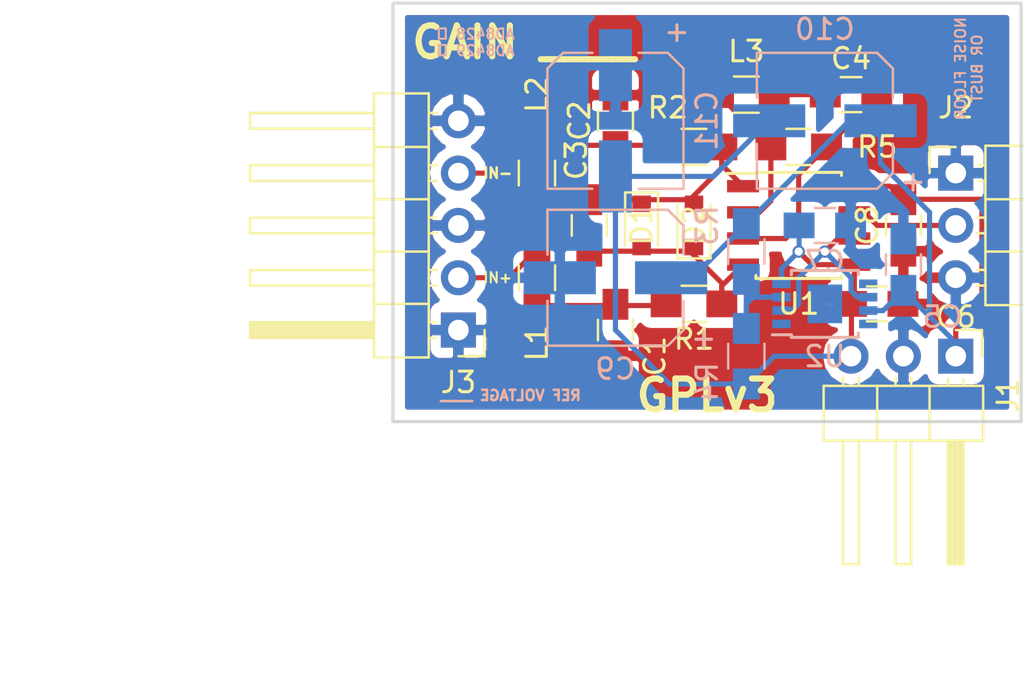
<source format=kicad_pcb>
(kicad_pcb (version 4) (host pcbnew 4.0.7)

  (general
    (links 51)
    (no_connects 6)
    (area 58.979999 107.239999 89.610001 127.710001)
    (thickness 1.6)
    (drawings 16)
    (tracks 96)
    (zones 0)
    (modules 26)
    (nets 19)
  )

  (page USLetter)
  (title_block
    (title "ADA842X BREAKOUT BOARD")
    (rev 001)
    (comment 1 "DESIGN BY JASON MORELLI-HARLAN")
    (comment 2 "LICENSE: GPLv3")
  )

  (layers
    (0 F.Cu signal hide)
    (31 B.Cu signal hide)
    (32 B.Adhes user)
    (33 F.Adhes user)
    (34 B.Paste user)
    (35 F.Paste user)
    (36 B.SilkS user)
    (37 F.SilkS user hide)
    (38 B.Mask user)
    (39 F.Mask user)
    (40 Dwgs.User user)
    (41 Cmts.User user)
    (42 Eco1.User user)
    (43 Eco2.User user)
    (44 Edge.Cuts user)
    (45 Margin user)
    (46 B.CrtYd user)
    (47 F.CrtYd user)
    (48 B.Fab user hide)
    (49 F.Fab user hide)
  )

  (setup
    (last_trace_width 0.25)
    (trace_clearance 0.2)
    (zone_clearance 0.508)
    (zone_45_only no)
    (trace_min 0.2)
    (segment_width 0.2)
    (edge_width 0.15)
    (via_size 0.6)
    (via_drill 0.4)
    (via_min_size 0.4)
    (via_min_drill 0.3)
    (uvia_size 0.3)
    (uvia_drill 0.1)
    (uvias_allowed no)
    (uvia_min_size 0.2)
    (uvia_min_drill 0.1)
    (pcb_text_width 0.3)
    (pcb_text_size 1.5 1.5)
    (mod_edge_width 0.15)
    (mod_text_size 1 1)
    (mod_text_width 0.15)
    (pad_size 1.524 1.524)
    (pad_drill 0.762)
    (pad_to_mask_clearance 0.2)
    (aux_axis_origin 0 0)
    (visible_elements FFFFBD5F)
    (pcbplotparams
      (layerselection 0x00030_80000001)
      (usegerberextensions false)
      (excludeedgelayer true)
      (linewidth 0.100000)
      (plotframeref false)
      (viasonmask false)
      (mode 1)
      (useauxorigin false)
      (hpglpennumber 1)
      (hpglpenspeed 20)
      (hpglpendiameter 15)
      (hpglpenoverlay 2)
      (psnegative false)
      (psa4output false)
      (plotreference true)
      (plotvalue true)
      (plotinvisibletext false)
      (padsonsilk false)
      (subtractmaskfromsilk false)
      (outputformat 1)
      (mirror false)
      (drillshape 1)
      (scaleselection 1)
      (outputdirectory ""))
  )

  (net 0 "")
  (net 1 "Net-(C1-Pad1)")
  (net 2 GND)
  (net 3 "Net-(C2-Pad1)")
  (net 4 "Net-(C3-Pad1)")
  (net 5 "Net-(C3-Pad2)")
  (net 6 "Net-(C4-Pad1)")
  (net 7 "Net-(C4-Pad2)")
  (net 8 +5V)
  (net 9 -5V)
  (net 10 OUT)
  (net 11 IN+)
  (net 12 IN-)
  (net 13 "Net-(L3-Pad1)")
  (net 14 "Net-(R3-Pad2)")
  (net 15 REF)
  (net 16 "Net-(U2-Pad1)")
  (net 17 "Net-(U2-Pad5)")
  (net 18 "Net-(U2-Pad8)")

  (net_class Default "This is the default net class."
    (clearance 0.2)
    (trace_width 0.25)
    (via_dia 0.6)
    (via_drill 0.4)
    (uvia_dia 0.3)
    (uvia_drill 0.1)
    (add_net +5V)
    (add_net -5V)
    (add_net GND)
    (add_net IN+)
    (add_net IN-)
    (add_net "Net-(C1-Pad1)")
    (add_net "Net-(C2-Pad1)")
    (add_net "Net-(C3-Pad1)")
    (add_net "Net-(C3-Pad2)")
    (add_net "Net-(C4-Pad1)")
    (add_net "Net-(C4-Pad2)")
    (add_net "Net-(L3-Pad1)")
    (add_net "Net-(R3-Pad2)")
    (add_net "Net-(U2-Pad1)")
    (add_net "Net-(U2-Pad5)")
    (add_net "Net-(U2-Pad8)")
    (add_net OUT)
    (add_net REF)
  )

  (module Capacitors_SMD:C_0805_HandSoldering (layer F.Cu) (tedit 59F20953) (tstamp 59F0F9EA)
    (at 69.85 123.19 270)
    (descr "Capacitor SMD 0805, hand soldering")
    (tags "capacitor 0805")
    (path /59F0ECD3)
    (attr smd)
    (fp_text reference C1 (at 1.27 -1.905 270) (layer F.SilkS)
      (effects (font (size 1 1) (thickness 0.15)))
    )
    (fp_text value C (at 0 1.75 270) (layer F.Fab)
      (effects (font (size 1 1) (thickness 0.15)))
    )
    (fp_text user %R (at 0 -1.75 270) (layer F.Fab)
      (effects (font (size 1 1) (thickness 0.15)))
    )
    (fp_line (start -1 0.62) (end -1 -0.62) (layer F.Fab) (width 0.1))
    (fp_line (start 1 0.62) (end -1 0.62) (layer F.Fab) (width 0.1))
    (fp_line (start 1 -0.62) (end 1 0.62) (layer F.Fab) (width 0.1))
    (fp_line (start -1 -0.62) (end 1 -0.62) (layer F.Fab) (width 0.1))
    (fp_line (start 0.5 -0.85) (end -0.5 -0.85) (layer F.SilkS) (width 0.12))
    (fp_line (start -0.5 0.85) (end 0.5 0.85) (layer F.SilkS) (width 0.12))
    (fp_line (start -2.25 -0.88) (end 2.25 -0.88) (layer F.CrtYd) (width 0.05))
    (fp_line (start -2.25 -0.88) (end -2.25 0.87) (layer F.CrtYd) (width 0.05))
    (fp_line (start 2.25 0.87) (end 2.25 -0.88) (layer F.CrtYd) (width 0.05))
    (fp_line (start 2.25 0.87) (end -2.25 0.87) (layer F.CrtYd) (width 0.05))
    (pad 1 smd rect (at -1.25 0 270) (size 1.5 1.25) (layers F.Cu F.Paste F.Mask)
      (net 1 "Net-(C1-Pad1)"))
    (pad 2 smd rect (at 1.25 0 270) (size 1.5 1.25) (layers F.Cu F.Paste F.Mask)
      (net 2 GND))
    (model Capacitors_SMD.3dshapes/C_0805.wrl
      (at (xyz 0 0 0))
      (scale (xyz 1 1 1))
      (rotate (xyz 0 0 0))
    )
  )

  (module Capacitors_SMD:C_0805_HandSoldering (layer F.Cu) (tedit 58AA84A8) (tstamp 59F0F9F0)
    (at 69.85 113.03 90)
    (descr "Capacitor SMD 0805, hand soldering")
    (tags "capacitor 0805")
    (path /59F0F343)
    (attr smd)
    (fp_text reference C2 (at 0 -1.75 90) (layer F.SilkS)
      (effects (font (size 1 1) (thickness 0.15)))
    )
    (fp_text value C (at 0 1.75 90) (layer F.Fab)
      (effects (font (size 1 1) (thickness 0.15)))
    )
    (fp_text user %R (at 0 -1.75 90) (layer F.Fab)
      (effects (font (size 1 1) (thickness 0.15)))
    )
    (fp_line (start -1 0.62) (end -1 -0.62) (layer F.Fab) (width 0.1))
    (fp_line (start 1 0.62) (end -1 0.62) (layer F.Fab) (width 0.1))
    (fp_line (start 1 -0.62) (end 1 0.62) (layer F.Fab) (width 0.1))
    (fp_line (start -1 -0.62) (end 1 -0.62) (layer F.Fab) (width 0.1))
    (fp_line (start 0.5 -0.85) (end -0.5 -0.85) (layer F.SilkS) (width 0.12))
    (fp_line (start -0.5 0.85) (end 0.5 0.85) (layer F.SilkS) (width 0.12))
    (fp_line (start -2.25 -0.88) (end 2.25 -0.88) (layer F.CrtYd) (width 0.05))
    (fp_line (start -2.25 -0.88) (end -2.25 0.87) (layer F.CrtYd) (width 0.05))
    (fp_line (start 2.25 0.87) (end 2.25 -0.88) (layer F.CrtYd) (width 0.05))
    (fp_line (start 2.25 0.87) (end -2.25 0.87) (layer F.CrtYd) (width 0.05))
    (pad 1 smd rect (at -1.25 0 90) (size 1.5 1.25) (layers F.Cu F.Paste F.Mask)
      (net 3 "Net-(C2-Pad1)"))
    (pad 2 smd rect (at 1.25 0 90) (size 1.5 1.25) (layers F.Cu F.Paste F.Mask)
      (net 2 GND))
    (model Capacitors_SMD.3dshapes/C_0805.wrl
      (at (xyz 0 0 0))
      (scale (xyz 1 1 1))
      (rotate (xyz 0 0 0))
    )
  )

  (module Capacitors_SMD:C_0805_HandSoldering (layer F.Cu) (tedit 59F208A9) (tstamp 59F0F9F6)
    (at 68.58 118.11 270)
    (descr "Capacitor SMD 0805, hand soldering")
    (tags "capacitor 0805")
    (path /59F0FAC0)
    (attr smd)
    (fp_text reference C3 (at -3.175 0.635 270) (layer F.SilkS)
      (effects (font (size 1 1) (thickness 0.15)))
    )
    (fp_text value C (at 0 1.75 270) (layer F.Fab)
      (effects (font (size 1 1) (thickness 0.15)))
    )
    (fp_text user %R (at 0 -1.75 270) (layer F.Fab)
      (effects (font (size 1 1) (thickness 0.15)))
    )
    (fp_line (start -1 0.62) (end -1 -0.62) (layer F.Fab) (width 0.1))
    (fp_line (start 1 0.62) (end -1 0.62) (layer F.Fab) (width 0.1))
    (fp_line (start 1 -0.62) (end 1 0.62) (layer F.Fab) (width 0.1))
    (fp_line (start -1 -0.62) (end 1 -0.62) (layer F.Fab) (width 0.1))
    (fp_line (start 0.5 -0.85) (end -0.5 -0.85) (layer F.SilkS) (width 0.12))
    (fp_line (start -0.5 0.85) (end 0.5 0.85) (layer F.SilkS) (width 0.12))
    (fp_line (start -2.25 -0.88) (end 2.25 -0.88) (layer F.CrtYd) (width 0.05))
    (fp_line (start -2.25 -0.88) (end -2.25 0.87) (layer F.CrtYd) (width 0.05))
    (fp_line (start 2.25 0.87) (end 2.25 -0.88) (layer F.CrtYd) (width 0.05))
    (fp_line (start 2.25 0.87) (end -2.25 0.87) (layer F.CrtYd) (width 0.05))
    (pad 1 smd rect (at -1.25 0 270) (size 1.5 1.25) (layers F.Cu F.Paste F.Mask)
      (net 4 "Net-(C3-Pad1)"))
    (pad 2 smd rect (at 1.25 0 270) (size 1.5 1.25) (layers F.Cu F.Paste F.Mask)
      (net 5 "Net-(C3-Pad2)"))
    (model Capacitors_SMD.3dshapes/C_0805.wrl
      (at (xyz 0 0 0))
      (scale (xyz 1 1 1))
      (rotate (xyz 0 0 0))
    )
  )

  (module Capacitors_SMD:C_0805_HandSoldering (layer F.Cu) (tedit 58AA84A8) (tstamp 59F0F9FC)
    (at 81.28 111.76)
    (descr "Capacitor SMD 0805, hand soldering")
    (tags "capacitor 0805")
    (path /59F0E276)
    (attr smd)
    (fp_text reference C4 (at 0 -1.75) (layer F.SilkS)
      (effects (font (size 1 1) (thickness 0.15)))
    )
    (fp_text value C (at 0 1.75) (layer F.Fab)
      (effects (font (size 1 1) (thickness 0.15)))
    )
    (fp_text user %R (at 0 -1.75) (layer F.Fab)
      (effects (font (size 1 1) (thickness 0.15)))
    )
    (fp_line (start -1 0.62) (end -1 -0.62) (layer F.Fab) (width 0.1))
    (fp_line (start 1 0.62) (end -1 0.62) (layer F.Fab) (width 0.1))
    (fp_line (start 1 -0.62) (end 1 0.62) (layer F.Fab) (width 0.1))
    (fp_line (start -1 -0.62) (end 1 -0.62) (layer F.Fab) (width 0.1))
    (fp_line (start 0.5 -0.85) (end -0.5 -0.85) (layer F.SilkS) (width 0.12))
    (fp_line (start -0.5 0.85) (end 0.5 0.85) (layer F.SilkS) (width 0.12))
    (fp_line (start -2.25 -0.88) (end 2.25 -0.88) (layer F.CrtYd) (width 0.05))
    (fp_line (start -2.25 -0.88) (end -2.25 0.87) (layer F.CrtYd) (width 0.05))
    (fp_line (start 2.25 0.87) (end 2.25 -0.88) (layer F.CrtYd) (width 0.05))
    (fp_line (start 2.25 0.87) (end -2.25 0.87) (layer F.CrtYd) (width 0.05))
    (pad 1 smd rect (at -1.25 0) (size 1.5 1.25) (layers F.Cu F.Paste F.Mask)
      (net 6 "Net-(C4-Pad1)"))
    (pad 2 smd rect (at 1.25 0) (size 1.5 1.25) (layers F.Cu F.Paste F.Mask)
      (net 7 "Net-(C4-Pad2)"))
    (model Capacitors_SMD.3dshapes/C_0805.wrl
      (at (xyz 0 0 0))
      (scale (xyz 1 1 1))
      (rotate (xyz 0 0 0))
    )
  )

  (module Capacitors_SMD:C_0805_HandSoldering (layer B.Cu) (tedit 59F20A30) (tstamp 59F0FA02)
    (at 83.82 120.015 270)
    (descr "Capacitor SMD 0805, hand soldering")
    (tags "capacitor 0805")
    (path /59F0D845)
    (attr smd)
    (fp_text reference C5 (at 2.54 -1.905 360) (layer B.SilkS)
      (effects (font (size 1 1) (thickness 0.15)) (justify mirror))
    )
    (fp_text value 0.1u (at 0 -1.75 270) (layer B.Fab)
      (effects (font (size 1 1) (thickness 0.15)) (justify mirror))
    )
    (fp_text user %R (at 0 1.75 270) (layer B.Fab)
      (effects (font (size 1 1) (thickness 0.15)) (justify mirror))
    )
    (fp_line (start -1 -0.62) (end -1 0.62) (layer B.Fab) (width 0.1))
    (fp_line (start 1 -0.62) (end -1 -0.62) (layer B.Fab) (width 0.1))
    (fp_line (start 1 0.62) (end 1 -0.62) (layer B.Fab) (width 0.1))
    (fp_line (start -1 0.62) (end 1 0.62) (layer B.Fab) (width 0.1))
    (fp_line (start 0.5 0.85) (end -0.5 0.85) (layer B.SilkS) (width 0.12))
    (fp_line (start -0.5 -0.85) (end 0.5 -0.85) (layer B.SilkS) (width 0.12))
    (fp_line (start -2.25 0.88) (end 2.25 0.88) (layer B.CrtYd) (width 0.05))
    (fp_line (start -2.25 0.88) (end -2.25 -0.87) (layer B.CrtYd) (width 0.05))
    (fp_line (start 2.25 -0.87) (end 2.25 0.88) (layer B.CrtYd) (width 0.05))
    (fp_line (start 2.25 -0.87) (end -2.25 -0.87) (layer B.CrtYd) (width 0.05))
    (pad 1 smd rect (at -1.25 0 270) (size 1.5 1.25) (layers B.Cu B.Paste B.Mask)
      (net 2 GND))
    (pad 2 smd rect (at 1.25 0 270) (size 1.5 1.25) (layers B.Cu B.Paste B.Mask)
      (net 8 +5V))
    (model Capacitors_SMD.3dshapes/C_0805.wrl
      (at (xyz 0 0 0))
      (scale (xyz 1 1 1))
      (rotate (xyz 0 0 0))
    )
  )

  (module Capacitors_SMD:C_0805_HandSoldering (layer F.Cu) (tedit 59F2098A) (tstamp 59F0FA08)
    (at 82.55 121.92 180)
    (descr "Capacitor SMD 0805, hand soldering")
    (tags "capacitor 0805")
    (path /59F0D589)
    (attr smd)
    (fp_text reference C6 (at -3.81 -0.635 180) (layer F.SilkS)
      (effects (font (size 1 1) (thickness 0.15)))
    )
    (fp_text value 0.1u (at 0 1.75 180) (layer F.Fab)
      (effects (font (size 1 1) (thickness 0.15)))
    )
    (fp_text user %R (at 0 -1.75 180) (layer F.Fab)
      (effects (font (size 1 1) (thickness 0.15)))
    )
    (fp_line (start -1 0.62) (end -1 -0.62) (layer F.Fab) (width 0.1))
    (fp_line (start 1 0.62) (end -1 0.62) (layer F.Fab) (width 0.1))
    (fp_line (start 1 -0.62) (end 1 0.62) (layer F.Fab) (width 0.1))
    (fp_line (start -1 -0.62) (end 1 -0.62) (layer F.Fab) (width 0.1))
    (fp_line (start 0.5 -0.85) (end -0.5 -0.85) (layer F.SilkS) (width 0.12))
    (fp_line (start -0.5 0.85) (end 0.5 0.85) (layer F.SilkS) (width 0.12))
    (fp_line (start -2.25 -0.88) (end 2.25 -0.88) (layer F.CrtYd) (width 0.05))
    (fp_line (start -2.25 -0.88) (end -2.25 0.87) (layer F.CrtYd) (width 0.05))
    (fp_line (start 2.25 0.87) (end 2.25 -0.88) (layer F.CrtYd) (width 0.05))
    (fp_line (start 2.25 0.87) (end -2.25 0.87) (layer F.CrtYd) (width 0.05))
    (pad 1 smd rect (at -1.25 0 180) (size 1.5 1.25) (layers F.Cu F.Paste F.Mask)
      (net 2 GND))
    (pad 2 smd rect (at 1.25 0 180) (size 1.5 1.25) (layers F.Cu F.Paste F.Mask)
      (net 9 -5V))
    (model Capacitors_SMD.3dshapes/C_0805.wrl
      (at (xyz 0 0 0))
      (scale (xyz 1 1 1))
      (rotate (xyz 0 0 0))
    )
  )

  (module Capacitors_SMD:C_0805_HandSoldering (layer B.Cu) (tedit 58AA84A8) (tstamp 59F0FA0E)
    (at 80.01 118.11)
    (descr "Capacitor SMD 0805, hand soldering")
    (tags "capacitor 0805")
    (path /59F0D3D7)
    (attr smd)
    (fp_text reference C7 (at 0 1.75) (layer B.SilkS)
      (effects (font (size 1 1) (thickness 0.15)) (justify mirror))
    )
    (fp_text value 0.1u (at 0 -1.75) (layer B.Fab)
      (effects (font (size 1 1) (thickness 0.15)) (justify mirror))
    )
    (fp_text user %R (at 0 1.75) (layer B.Fab)
      (effects (font (size 1 1) (thickness 0.15)) (justify mirror))
    )
    (fp_line (start -1 -0.62) (end -1 0.62) (layer B.Fab) (width 0.1))
    (fp_line (start 1 -0.62) (end -1 -0.62) (layer B.Fab) (width 0.1))
    (fp_line (start 1 0.62) (end 1 -0.62) (layer B.Fab) (width 0.1))
    (fp_line (start -1 0.62) (end 1 0.62) (layer B.Fab) (width 0.1))
    (fp_line (start 0.5 0.85) (end -0.5 0.85) (layer B.SilkS) (width 0.12))
    (fp_line (start -0.5 -0.85) (end 0.5 -0.85) (layer B.SilkS) (width 0.12))
    (fp_line (start -2.25 0.88) (end 2.25 0.88) (layer B.CrtYd) (width 0.05))
    (fp_line (start -2.25 0.88) (end -2.25 -0.87) (layer B.CrtYd) (width 0.05))
    (fp_line (start 2.25 -0.87) (end 2.25 0.88) (layer B.CrtYd) (width 0.05))
    (fp_line (start 2.25 -0.87) (end -2.25 -0.87) (layer B.CrtYd) (width 0.05))
    (pad 1 smd rect (at -1.25 0) (size 1.5 1.25) (layers B.Cu B.Paste B.Mask)
      (net 9 -5V))
    (pad 2 smd rect (at 1.25 0) (size 1.5 1.25) (layers B.Cu B.Paste B.Mask)
      (net 2 GND))
    (model Capacitors_SMD.3dshapes/C_0805.wrl
      (at (xyz 0 0 0))
      (scale (xyz 1 1 1))
      (rotate (xyz 0 0 0))
    )
  )

  (module Capacitors_SMD:C_0805_HandSoldering (layer F.Cu) (tedit 58AA84A8) (tstamp 59F0FA14)
    (at 83.82 118.11 90)
    (descr "Capacitor SMD 0805, hand soldering")
    (tags "capacitor 0805")
    (path /59F0D29E)
    (attr smd)
    (fp_text reference C8 (at 0 -1.75 90) (layer F.SilkS)
      (effects (font (size 1 1) (thickness 0.15)))
    )
    (fp_text value 0.1u (at 0 1.75 90) (layer F.Fab)
      (effects (font (size 1 1) (thickness 0.15)))
    )
    (fp_text user %R (at 0 -1.75 90) (layer F.Fab)
      (effects (font (size 1 1) (thickness 0.15)))
    )
    (fp_line (start -1 0.62) (end -1 -0.62) (layer F.Fab) (width 0.1))
    (fp_line (start 1 0.62) (end -1 0.62) (layer F.Fab) (width 0.1))
    (fp_line (start 1 -0.62) (end 1 0.62) (layer F.Fab) (width 0.1))
    (fp_line (start -1 -0.62) (end 1 -0.62) (layer F.Fab) (width 0.1))
    (fp_line (start 0.5 -0.85) (end -0.5 -0.85) (layer F.SilkS) (width 0.12))
    (fp_line (start -0.5 0.85) (end 0.5 0.85) (layer F.SilkS) (width 0.12))
    (fp_line (start -2.25 -0.88) (end 2.25 -0.88) (layer F.CrtYd) (width 0.05))
    (fp_line (start -2.25 -0.88) (end -2.25 0.87) (layer F.CrtYd) (width 0.05))
    (fp_line (start 2.25 0.87) (end 2.25 -0.88) (layer F.CrtYd) (width 0.05))
    (fp_line (start 2.25 0.87) (end -2.25 0.87) (layer F.CrtYd) (width 0.05))
    (pad 1 smd rect (at -1.25 0 90) (size 1.5 1.25) (layers F.Cu F.Paste F.Mask)
      (net 2 GND))
    (pad 2 smd rect (at 1.25 0 90) (size 1.5 1.25) (layers F.Cu F.Paste F.Mask)
      (net 8 +5V))
    (model Capacitors_SMD.3dshapes/C_0805.wrl
      (at (xyz 0 0 0))
      (scale (xyz 1 1 1))
      (rotate (xyz 0 0 0))
    )
  )

  (module Capacitors_SMD:CP_Elec_6.3x7.7 (layer B.Cu) (tedit 58AA8B76) (tstamp 59F0FA1A)
    (at 69.85 120.65 180)
    (descr "SMT capacitor, aluminium electrolytic, 6.3x7.7")
    (path /59F1391A)
    (attr smd)
    (fp_text reference C9 (at 0 -4.43 180) (layer B.SilkS)
      (effects (font (size 1 1) (thickness 0.15)) (justify mirror))
    )
    (fp_text value 10u (at 0 4.43 180) (layer B.Fab)
      (effects (font (size 1 1) (thickness 0.15)) (justify mirror))
    )
    (fp_circle (center 0 0) (end 0.5 -3) (layer B.Fab) (width 0.1))
    (fp_text user + (at -1.73 0.08 180) (layer B.Fab)
      (effects (font (size 1 1) (thickness 0.15)) (justify mirror))
    )
    (fp_text user + (at -4.28 -2.91 180) (layer B.SilkS)
      (effects (font (size 1 1) (thickness 0.15)) (justify mirror))
    )
    (fp_text user %R (at 0 -4.43 180) (layer B.Fab)
      (effects (font (size 1 1) (thickness 0.15)) (justify mirror))
    )
    (fp_line (start 3.15 -3.15) (end 3.15 3.15) (layer B.Fab) (width 0.1))
    (fp_line (start -2.48 -3.15) (end 3.15 -3.15) (layer B.Fab) (width 0.1))
    (fp_line (start -3.15 -2.48) (end -2.48 -3.15) (layer B.Fab) (width 0.1))
    (fp_line (start -3.15 2.48) (end -3.15 -2.48) (layer B.Fab) (width 0.1))
    (fp_line (start -2.48 3.15) (end -3.15 2.48) (layer B.Fab) (width 0.1))
    (fp_line (start 3.15 3.15) (end -2.48 3.15) (layer B.Fab) (width 0.1))
    (fp_line (start -3.3 -2.54) (end -3.3 -1.12) (layer B.SilkS) (width 0.12))
    (fp_line (start 3.3 -3.3) (end 3.3 -1.12) (layer B.SilkS) (width 0.12))
    (fp_line (start 3.3 3.3) (end 3.3 1.12) (layer B.SilkS) (width 0.12))
    (fp_line (start -3.3 2.54) (end -3.3 1.12) (layer B.SilkS) (width 0.12))
    (fp_line (start 3.3 -3.3) (end -2.54 -3.3) (layer B.SilkS) (width 0.12))
    (fp_line (start -2.54 -3.3) (end -3.3 -2.54) (layer B.SilkS) (width 0.12))
    (fp_line (start -3.3 2.54) (end -2.54 3.3) (layer B.SilkS) (width 0.12))
    (fp_line (start -2.54 3.3) (end 3.3 3.3) (layer B.SilkS) (width 0.12))
    (fp_line (start -4.7 3.4) (end 4.7 3.4) (layer B.CrtYd) (width 0.05))
    (fp_line (start -4.7 3.4) (end -4.7 -3.4) (layer B.CrtYd) (width 0.05))
    (fp_line (start 4.7 -3.4) (end 4.7 3.4) (layer B.CrtYd) (width 0.05))
    (fp_line (start 4.7 -3.4) (end -4.7 -3.4) (layer B.CrtYd) (width 0.05))
    (pad 1 smd rect (at -2.7 0) (size 3.5 1.6) (layers B.Cu B.Paste B.Mask)
      (net 8 +5V))
    (pad 2 smd rect (at 2.7 0) (size 3.5 1.6) (layers B.Cu B.Paste B.Mask)
      (net 2 GND))
    (model Capacitors_SMD.3dshapes/CP_Elec_6.3x7.7.wrl
      (at (xyz 0 0 0))
      (scale (xyz 1 1 1))
      (rotate (xyz 0 0 180))
    )
  )

  (module Capacitors_SMD:CP_Elec_6.3x7.7 (layer B.Cu) (tedit 59F20A12) (tstamp 59F0FA20)
    (at 80.01 113.03 180)
    (descr "SMT capacitor, aluminium electrolytic, 6.3x7.7")
    (path /59F138B8)
    (attr smd)
    (fp_text reference C10 (at 0 4.445 180) (layer B.SilkS)
      (effects (font (size 1 1) (thickness 0.15)) (justify mirror))
    )
    (fp_text value 10u (at 0 4.43 180) (layer B.Fab)
      (effects (font (size 1 1) (thickness 0.15)) (justify mirror))
    )
    (fp_circle (center 0 0) (end 0.5 -3) (layer B.Fab) (width 0.1))
    (fp_text user + (at -1.73 0.08 180) (layer B.Fab)
      (effects (font (size 1 1) (thickness 0.15)) (justify mirror))
    )
    (fp_text user + (at -4.28 -2.91 180) (layer B.SilkS)
      (effects (font (size 1 1) (thickness 0.15)) (justify mirror))
    )
    (fp_text user %R (at 0 -4.43 180) (layer B.Fab)
      (effects (font (size 1 1) (thickness 0.15)) (justify mirror))
    )
    (fp_line (start 3.15 -3.15) (end 3.15 3.15) (layer B.Fab) (width 0.1))
    (fp_line (start -2.48 -3.15) (end 3.15 -3.15) (layer B.Fab) (width 0.1))
    (fp_line (start -3.15 -2.48) (end -2.48 -3.15) (layer B.Fab) (width 0.1))
    (fp_line (start -3.15 2.48) (end -3.15 -2.48) (layer B.Fab) (width 0.1))
    (fp_line (start -2.48 3.15) (end -3.15 2.48) (layer B.Fab) (width 0.1))
    (fp_line (start 3.15 3.15) (end -2.48 3.15) (layer B.Fab) (width 0.1))
    (fp_line (start -3.3 -2.54) (end -3.3 -1.12) (layer B.SilkS) (width 0.12))
    (fp_line (start 3.3 -3.3) (end 3.3 -1.12) (layer B.SilkS) (width 0.12))
    (fp_line (start 3.3 3.3) (end 3.3 1.12) (layer B.SilkS) (width 0.12))
    (fp_line (start -3.3 2.54) (end -3.3 1.12) (layer B.SilkS) (width 0.12))
    (fp_line (start 3.3 -3.3) (end -2.54 -3.3) (layer B.SilkS) (width 0.12))
    (fp_line (start -2.54 -3.3) (end -3.3 -2.54) (layer B.SilkS) (width 0.12))
    (fp_line (start -3.3 2.54) (end -2.54 3.3) (layer B.SilkS) (width 0.12))
    (fp_line (start -2.54 3.3) (end 3.3 3.3) (layer B.SilkS) (width 0.12))
    (fp_line (start -4.7 3.4) (end 4.7 3.4) (layer B.CrtYd) (width 0.05))
    (fp_line (start -4.7 3.4) (end -4.7 -3.4) (layer B.CrtYd) (width 0.05))
    (fp_line (start 4.7 -3.4) (end 4.7 3.4) (layer B.CrtYd) (width 0.05))
    (fp_line (start 4.7 -3.4) (end -4.7 -3.4) (layer B.CrtYd) (width 0.05))
    (pad 1 smd rect (at -2.7 0) (size 3.5 1.6) (layers B.Cu B.Paste B.Mask)
      (net 8 +5V))
    (pad 2 smd rect (at 2.7 0) (size 3.5 1.6) (layers B.Cu B.Paste B.Mask)
      (net 9 -5V))
    (model Capacitors_SMD.3dshapes/CP_Elec_6.3x7.7.wrl
      (at (xyz 0 0 0))
      (scale (xyz 1 1 1))
      (rotate (xyz 0 0 180))
    )
  )

  (module Capacitors_SMD:CP_Elec_6.3x7.7 (layer B.Cu) (tedit 58AA8B76) (tstamp 59F0FA26)
    (at 69.85 113.03 270)
    (descr "SMT capacitor, aluminium electrolytic, 6.3x7.7")
    (path /59F13981)
    (attr smd)
    (fp_text reference C11 (at 0 -4.43 270) (layer B.SilkS)
      (effects (font (size 1 1) (thickness 0.15)) (justify mirror))
    )
    (fp_text value 10u (at 0 4.43 270) (layer B.Fab)
      (effects (font (size 1 1) (thickness 0.15)) (justify mirror))
    )
    (fp_circle (center 0 0) (end 0.5 -3) (layer B.Fab) (width 0.1))
    (fp_text user + (at -1.73 0.08 270) (layer B.Fab)
      (effects (font (size 1 1) (thickness 0.15)) (justify mirror))
    )
    (fp_text user + (at -4.28 -2.91 270) (layer B.SilkS)
      (effects (font (size 1 1) (thickness 0.15)) (justify mirror))
    )
    (fp_text user %R (at 0 -4.43 270) (layer B.Fab)
      (effects (font (size 1 1) (thickness 0.15)) (justify mirror))
    )
    (fp_line (start 3.15 -3.15) (end 3.15 3.15) (layer B.Fab) (width 0.1))
    (fp_line (start -2.48 -3.15) (end 3.15 -3.15) (layer B.Fab) (width 0.1))
    (fp_line (start -3.15 -2.48) (end -2.48 -3.15) (layer B.Fab) (width 0.1))
    (fp_line (start -3.15 2.48) (end -3.15 -2.48) (layer B.Fab) (width 0.1))
    (fp_line (start -2.48 3.15) (end -3.15 2.48) (layer B.Fab) (width 0.1))
    (fp_line (start 3.15 3.15) (end -2.48 3.15) (layer B.Fab) (width 0.1))
    (fp_line (start -3.3 -2.54) (end -3.3 -1.12) (layer B.SilkS) (width 0.12))
    (fp_line (start 3.3 -3.3) (end 3.3 -1.12) (layer B.SilkS) (width 0.12))
    (fp_line (start 3.3 3.3) (end 3.3 1.12) (layer B.SilkS) (width 0.12))
    (fp_line (start -3.3 2.54) (end -3.3 1.12) (layer B.SilkS) (width 0.12))
    (fp_line (start 3.3 -3.3) (end -2.54 -3.3) (layer B.SilkS) (width 0.12))
    (fp_line (start -2.54 -3.3) (end -3.3 -2.54) (layer B.SilkS) (width 0.12))
    (fp_line (start -3.3 2.54) (end -2.54 3.3) (layer B.SilkS) (width 0.12))
    (fp_line (start -2.54 3.3) (end 3.3 3.3) (layer B.SilkS) (width 0.12))
    (fp_line (start -4.7 3.4) (end 4.7 3.4) (layer B.CrtYd) (width 0.05))
    (fp_line (start -4.7 3.4) (end -4.7 -3.4) (layer B.CrtYd) (width 0.05))
    (fp_line (start 4.7 -3.4) (end 4.7 3.4) (layer B.CrtYd) (width 0.05))
    (fp_line (start 4.7 -3.4) (end -4.7 -3.4) (layer B.CrtYd) (width 0.05))
    (pad 1 smd rect (at -2.7 0 90) (size 3.5 1.6) (layers B.Cu B.Paste B.Mask)
      (net 2 GND))
    (pad 2 smd rect (at 2.7 0 90) (size 3.5 1.6) (layers B.Cu B.Paste B.Mask)
      (net 9 -5V))
    (model Capacitors_SMD.3dshapes/CP_Elec_6.3x7.7.wrl
      (at (xyz 0 0 0))
      (scale (xyz 1 1 1))
      (rotate (xyz 0 0 180))
    )
  )

  (module Diodes_SMD:D_0805 (layer F.Cu) (tedit 59F2089B) (tstamp 59F0FA2C)
    (at 71.12 118.11 270)
    (descr "Diode SMD in 0805 package http://datasheets.avx.com/schottky.pdf")
    (tags "smd diode")
    (path /59F10543)
    (attr smd)
    (fp_text reference D1 (at 0 0 270) (layer F.SilkS)
      (effects (font (size 1 1) (thickness 0.15)))
    )
    (fp_text value D (at 0 1.7 270) (layer F.Fab)
      (effects (font (size 1 1) (thickness 0.15)))
    )
    (fp_text user %R (at 1.905 0 270) (layer F.Fab)
      (effects (font (size 1 1) (thickness 0.15)))
    )
    (fp_line (start -1.6 -0.8) (end -1.6 0.8) (layer F.SilkS) (width 0.12))
    (fp_line (start -1.7 0.88) (end -1.7 -0.88) (layer F.CrtYd) (width 0.05))
    (fp_line (start 1.7 0.88) (end -1.7 0.88) (layer F.CrtYd) (width 0.05))
    (fp_line (start 1.7 -0.88) (end 1.7 0.88) (layer F.CrtYd) (width 0.05))
    (fp_line (start -1.7 -0.88) (end 1.7 -0.88) (layer F.CrtYd) (width 0.05))
    (fp_line (start 0.2 0) (end 0.4 0) (layer F.Fab) (width 0.1))
    (fp_line (start -0.1 0) (end -0.3 0) (layer F.Fab) (width 0.1))
    (fp_line (start -0.1 -0.2) (end -0.1 0.2) (layer F.Fab) (width 0.1))
    (fp_line (start 0.2 0.2) (end 0.2 -0.2) (layer F.Fab) (width 0.1))
    (fp_line (start -0.1 0) (end 0.2 0.2) (layer F.Fab) (width 0.1))
    (fp_line (start 0.2 -0.2) (end -0.1 0) (layer F.Fab) (width 0.1))
    (fp_line (start -1 0.65) (end -1 -0.65) (layer F.Fab) (width 0.1))
    (fp_line (start 1 0.65) (end -1 0.65) (layer F.Fab) (width 0.1))
    (fp_line (start 1 -0.65) (end 1 0.65) (layer F.Fab) (width 0.1))
    (fp_line (start -1 -0.65) (end 1 -0.65) (layer F.Fab) (width 0.1))
    (fp_line (start -1.6 0.8) (end 1 0.8) (layer F.SilkS) (width 0.12))
    (fp_line (start -1.6 -0.8) (end 1 -0.8) (layer F.SilkS) (width 0.12))
    (pad 1 smd rect (at -1.05 0 270) (size 0.8 0.9) (layers F.Cu F.Paste F.Mask)
      (net 4 "Net-(C3-Pad1)"))
    (pad 2 smd rect (at 1.05 0 270) (size 0.8 0.9) (layers F.Cu F.Paste F.Mask)
      (net 5 "Net-(C3-Pad2)"))
    (model ${KISYS3DMOD}/Diodes_SMD.3dshapes/D_0805.wrl
      (at (xyz 0 0 0))
      (scale (xyz 1 1 1))
      (rotate (xyz 0 0 0))
    )
  )

  (module Diodes_SMD:D_0805 (layer F.Cu) (tedit 59F208A2) (tstamp 59F0FA32)
    (at 73.66 118.11 90)
    (descr "Diode SMD in 0805 package http://datasheets.avx.com/schottky.pdf")
    (tags "smd diode")
    (path /59F10599)
    (attr smd)
    (fp_text reference D2 (at 0 0 90) (layer F.SilkS)
      (effects (font (size 1 1) (thickness 0.15)))
    )
    (fp_text value D (at 0 1.7 90) (layer F.Fab)
      (effects (font (size 1 1) (thickness 0.15)))
    )
    (fp_text user %R (at -1.905 -0.635 90) (layer F.Fab)
      (effects (font (size 1 1) (thickness 0.15)))
    )
    (fp_line (start -1.6 -0.8) (end -1.6 0.8) (layer F.SilkS) (width 0.12))
    (fp_line (start -1.7 0.88) (end -1.7 -0.88) (layer F.CrtYd) (width 0.05))
    (fp_line (start 1.7 0.88) (end -1.7 0.88) (layer F.CrtYd) (width 0.05))
    (fp_line (start 1.7 -0.88) (end 1.7 0.88) (layer F.CrtYd) (width 0.05))
    (fp_line (start -1.7 -0.88) (end 1.7 -0.88) (layer F.CrtYd) (width 0.05))
    (fp_line (start 0.2 0) (end 0.4 0) (layer F.Fab) (width 0.1))
    (fp_line (start -0.1 0) (end -0.3 0) (layer F.Fab) (width 0.1))
    (fp_line (start -0.1 -0.2) (end -0.1 0.2) (layer F.Fab) (width 0.1))
    (fp_line (start 0.2 0.2) (end 0.2 -0.2) (layer F.Fab) (width 0.1))
    (fp_line (start -0.1 0) (end 0.2 0.2) (layer F.Fab) (width 0.1))
    (fp_line (start 0.2 -0.2) (end -0.1 0) (layer F.Fab) (width 0.1))
    (fp_line (start -1 0.65) (end -1 -0.65) (layer F.Fab) (width 0.1))
    (fp_line (start 1 0.65) (end -1 0.65) (layer F.Fab) (width 0.1))
    (fp_line (start 1 -0.65) (end 1 0.65) (layer F.Fab) (width 0.1))
    (fp_line (start -1 -0.65) (end 1 -0.65) (layer F.Fab) (width 0.1))
    (fp_line (start -1.6 0.8) (end 1 0.8) (layer F.SilkS) (width 0.12))
    (fp_line (start -1.6 -0.8) (end 1 -0.8) (layer F.SilkS) (width 0.12))
    (pad 1 smd rect (at -1.05 0 90) (size 0.8 0.9) (layers F.Cu F.Paste F.Mask)
      (net 5 "Net-(C3-Pad2)"))
    (pad 2 smd rect (at 1.05 0 90) (size 0.8 0.9) (layers F.Cu F.Paste F.Mask)
      (net 4 "Net-(C3-Pad1)"))
    (model ${KISYS3DMOD}/Diodes_SMD.3dshapes/D_0805.wrl
      (at (xyz 0 0 0))
      (scale (xyz 1 1 1))
      (rotate (xyz 0 0 0))
    )
  )

  (module Pin_Headers:Pin_Header_Angled_1x03_Pitch2.54mm (layer F.Cu) (tedit 59F2083A) (tstamp 59F0FA39)
    (at 86.36 124.46 270)
    (descr "Through hole angled pin header, 1x03, 2.54mm pitch, 6mm pin length, single row")
    (tags "Through hole angled pin header THT 1x03 2.54mm single row")
    (path /59F1493F)
    (fp_text reference J1 (at 1.905 -2.54 270) (layer F.SilkS)
      (effects (font (size 1 1) (thickness 0.15)))
    )
    (fp_text value Conn_01x03 (at 4.385 7.35 270) (layer F.Fab)
      (effects (font (size 1 1) (thickness 0.15)))
    )
    (fp_line (start 2.135 -1.27) (end 4.04 -1.27) (layer F.Fab) (width 0.1))
    (fp_line (start 4.04 -1.27) (end 4.04 6.35) (layer F.Fab) (width 0.1))
    (fp_line (start 4.04 6.35) (end 1.5 6.35) (layer F.Fab) (width 0.1))
    (fp_line (start 1.5 6.35) (end 1.5 -0.635) (layer F.Fab) (width 0.1))
    (fp_line (start 1.5 -0.635) (end 2.135 -1.27) (layer F.Fab) (width 0.1))
    (fp_line (start -0.32 -0.32) (end 1.5 -0.32) (layer F.Fab) (width 0.1))
    (fp_line (start -0.32 -0.32) (end -0.32 0.32) (layer F.Fab) (width 0.1))
    (fp_line (start -0.32 0.32) (end 1.5 0.32) (layer F.Fab) (width 0.1))
    (fp_line (start 4.04 -0.32) (end 10.04 -0.32) (layer F.Fab) (width 0.1))
    (fp_line (start 10.04 -0.32) (end 10.04 0.32) (layer F.Fab) (width 0.1))
    (fp_line (start 4.04 0.32) (end 10.04 0.32) (layer F.Fab) (width 0.1))
    (fp_line (start -0.32 2.22) (end 1.5 2.22) (layer F.Fab) (width 0.1))
    (fp_line (start -0.32 2.22) (end -0.32 2.86) (layer F.Fab) (width 0.1))
    (fp_line (start -0.32 2.86) (end 1.5 2.86) (layer F.Fab) (width 0.1))
    (fp_line (start 4.04 2.22) (end 10.04 2.22) (layer F.Fab) (width 0.1))
    (fp_line (start 10.04 2.22) (end 10.04 2.86) (layer F.Fab) (width 0.1))
    (fp_line (start 4.04 2.86) (end 10.04 2.86) (layer F.Fab) (width 0.1))
    (fp_line (start -0.32 4.76) (end 1.5 4.76) (layer F.Fab) (width 0.1))
    (fp_line (start -0.32 4.76) (end -0.32 5.4) (layer F.Fab) (width 0.1))
    (fp_line (start -0.32 5.4) (end 1.5 5.4) (layer F.Fab) (width 0.1))
    (fp_line (start 4.04 4.76) (end 10.04 4.76) (layer F.Fab) (width 0.1))
    (fp_line (start 10.04 4.76) (end 10.04 5.4) (layer F.Fab) (width 0.1))
    (fp_line (start 4.04 5.4) (end 10.04 5.4) (layer F.Fab) (width 0.1))
    (fp_line (start 1.44 -1.33) (end 1.44 6.41) (layer F.SilkS) (width 0.12))
    (fp_line (start 1.44 6.41) (end 4.1 6.41) (layer F.SilkS) (width 0.12))
    (fp_line (start 4.1 6.41) (end 4.1 -1.33) (layer F.SilkS) (width 0.12))
    (fp_line (start 4.1 -1.33) (end 1.44 -1.33) (layer F.SilkS) (width 0.12))
    (fp_line (start 4.1 -0.38) (end 10.1 -0.38) (layer F.SilkS) (width 0.12))
    (fp_line (start 10.1 -0.38) (end 10.1 0.38) (layer F.SilkS) (width 0.12))
    (fp_line (start 10.1 0.38) (end 4.1 0.38) (layer F.SilkS) (width 0.12))
    (fp_line (start 4.1 -0.32) (end 10.1 -0.32) (layer F.SilkS) (width 0.12))
    (fp_line (start 4.1 -0.2) (end 10.1 -0.2) (layer F.SilkS) (width 0.12))
    (fp_line (start 4.1 -0.08) (end 10.1 -0.08) (layer F.SilkS) (width 0.12))
    (fp_line (start 4.1 0.04) (end 10.1 0.04) (layer F.SilkS) (width 0.12))
    (fp_line (start 4.1 0.16) (end 10.1 0.16) (layer F.SilkS) (width 0.12))
    (fp_line (start 4.1 0.28) (end 10.1 0.28) (layer F.SilkS) (width 0.12))
    (fp_line (start 1.11 -0.38) (end 1.44 -0.38) (layer F.SilkS) (width 0.12))
    (fp_line (start 1.11 0.38) (end 1.44 0.38) (layer F.SilkS) (width 0.12))
    (fp_line (start 1.44 1.27) (end 4.1 1.27) (layer F.SilkS) (width 0.12))
    (fp_line (start 4.1 2.16) (end 10.1 2.16) (layer F.SilkS) (width 0.12))
    (fp_line (start 10.1 2.16) (end 10.1 2.92) (layer F.SilkS) (width 0.12))
    (fp_line (start 10.1 2.92) (end 4.1 2.92) (layer F.SilkS) (width 0.12))
    (fp_line (start 1.042929 2.16) (end 1.44 2.16) (layer F.SilkS) (width 0.12))
    (fp_line (start 1.042929 2.92) (end 1.44 2.92) (layer F.SilkS) (width 0.12))
    (fp_line (start 1.44 3.81) (end 4.1 3.81) (layer F.SilkS) (width 0.12))
    (fp_line (start 4.1 4.7) (end 10.1 4.7) (layer F.SilkS) (width 0.12))
    (fp_line (start 10.1 4.7) (end 10.1 5.46) (layer F.SilkS) (width 0.12))
    (fp_line (start 10.1 5.46) (end 4.1 5.46) (layer F.SilkS) (width 0.12))
    (fp_line (start 1.042929 4.7) (end 1.44 4.7) (layer F.SilkS) (width 0.12))
    (fp_line (start 1.042929 5.46) (end 1.44 5.46) (layer F.SilkS) (width 0.12))
    (fp_line (start -1.27 0) (end -1.27 -1.27) (layer F.SilkS) (width 0.12))
    (fp_line (start -1.27 -1.27) (end 0 -1.27) (layer F.SilkS) (width 0.12))
    (fp_line (start -1.8 -1.8) (end -1.8 6.85) (layer F.CrtYd) (width 0.05))
    (fp_line (start -1.8 6.85) (end 10.55 6.85) (layer F.CrtYd) (width 0.05))
    (fp_line (start 10.55 6.85) (end 10.55 -1.8) (layer F.CrtYd) (width 0.05))
    (fp_line (start 10.55 -1.8) (end -1.8 -1.8) (layer F.CrtYd) (width 0.05))
    (fp_text user %R (at 2.77 2.54 360) (layer F.Fab)
      (effects (font (size 1 1) (thickness 0.15)))
    )
    (pad 1 thru_hole rect (at 0 0 270) (size 1.7 1.7) (drill 1) (layers *.Cu *.Mask)
      (net 8 +5V))
    (pad 2 thru_hole oval (at 0 2.54 270) (size 1.7 1.7) (drill 1) (layers *.Cu *.Mask)
      (net 2 GND))
    (pad 3 thru_hole oval (at 0 5.08 270) (size 1.7 1.7) (drill 1) (layers *.Cu *.Mask)
      (net 9 -5V))
    (model ${KISYS3DMOD}/Pin_Headers.3dshapes/Pin_Header_Angled_1x03_Pitch2.54mm.wrl
      (at (xyz 0 0 0))
      (scale (xyz 1 1 1))
      (rotate (xyz 0 0 0))
    )
  )

  (module Pin_Headers:Pin_Header_Angled_1x03_Pitch2.54mm (layer F.Cu) (tedit 59F20836) (tstamp 59F0FA40)
    (at 86.36 115.57)
    (descr "Through hole angled pin header, 1x03, 2.54mm pitch, 6mm pin length, single row")
    (tags "Through hole angled pin header THT 1x03 2.54mm single row")
    (path /59F15A3B)
    (fp_text reference J2 (at 0 -3.175) (layer F.SilkS)
      (effects (font (size 1 1) (thickness 0.15)))
    )
    (fp_text value Conn_01x03 (at 4.385 7.35) (layer F.Fab)
      (effects (font (size 1 1) (thickness 0.15)))
    )
    (fp_line (start 2.135 -1.27) (end 4.04 -1.27) (layer F.Fab) (width 0.1))
    (fp_line (start 4.04 -1.27) (end 4.04 6.35) (layer F.Fab) (width 0.1))
    (fp_line (start 4.04 6.35) (end 1.5 6.35) (layer F.Fab) (width 0.1))
    (fp_line (start 1.5 6.35) (end 1.5 -0.635) (layer F.Fab) (width 0.1))
    (fp_line (start 1.5 -0.635) (end 2.135 -1.27) (layer F.Fab) (width 0.1))
    (fp_line (start -0.32 -0.32) (end 1.5 -0.32) (layer F.Fab) (width 0.1))
    (fp_line (start -0.32 -0.32) (end -0.32 0.32) (layer F.Fab) (width 0.1))
    (fp_line (start -0.32 0.32) (end 1.5 0.32) (layer F.Fab) (width 0.1))
    (fp_line (start 4.04 -0.32) (end 10.04 -0.32) (layer F.Fab) (width 0.1))
    (fp_line (start 10.04 -0.32) (end 10.04 0.32) (layer F.Fab) (width 0.1))
    (fp_line (start 4.04 0.32) (end 10.04 0.32) (layer F.Fab) (width 0.1))
    (fp_line (start -0.32 2.22) (end 1.5 2.22) (layer F.Fab) (width 0.1))
    (fp_line (start -0.32 2.22) (end -0.32 2.86) (layer F.Fab) (width 0.1))
    (fp_line (start -0.32 2.86) (end 1.5 2.86) (layer F.Fab) (width 0.1))
    (fp_line (start 4.04 2.22) (end 10.04 2.22) (layer F.Fab) (width 0.1))
    (fp_line (start 10.04 2.22) (end 10.04 2.86) (layer F.Fab) (width 0.1))
    (fp_line (start 4.04 2.86) (end 10.04 2.86) (layer F.Fab) (width 0.1))
    (fp_line (start -0.32 4.76) (end 1.5 4.76) (layer F.Fab) (width 0.1))
    (fp_line (start -0.32 4.76) (end -0.32 5.4) (layer F.Fab) (width 0.1))
    (fp_line (start -0.32 5.4) (end 1.5 5.4) (layer F.Fab) (width 0.1))
    (fp_line (start 4.04 4.76) (end 10.04 4.76) (layer F.Fab) (width 0.1))
    (fp_line (start 10.04 4.76) (end 10.04 5.4) (layer F.Fab) (width 0.1))
    (fp_line (start 4.04 5.4) (end 10.04 5.4) (layer F.Fab) (width 0.1))
    (fp_line (start 1.44 -1.33) (end 1.44 6.41) (layer F.SilkS) (width 0.12))
    (fp_line (start 1.44 6.41) (end 4.1 6.41) (layer F.SilkS) (width 0.12))
    (fp_line (start 4.1 6.41) (end 4.1 -1.33) (layer F.SilkS) (width 0.12))
    (fp_line (start 4.1 -1.33) (end 1.44 -1.33) (layer F.SilkS) (width 0.12))
    (fp_line (start 4.1 -0.38) (end 10.1 -0.38) (layer F.SilkS) (width 0.12))
    (fp_line (start 10.1 -0.38) (end 10.1 0.38) (layer F.SilkS) (width 0.12))
    (fp_line (start 10.1 0.38) (end 4.1 0.38) (layer F.SilkS) (width 0.12))
    (fp_line (start 4.1 -0.32) (end 10.1 -0.32) (layer F.SilkS) (width 0.12))
    (fp_line (start 4.1 -0.2) (end 10.1 -0.2) (layer F.SilkS) (width 0.12))
    (fp_line (start 4.1 -0.08) (end 10.1 -0.08) (layer F.SilkS) (width 0.12))
    (fp_line (start 4.1 0.04) (end 10.1 0.04) (layer F.SilkS) (width 0.12))
    (fp_line (start 4.1 0.16) (end 10.1 0.16) (layer F.SilkS) (width 0.12))
    (fp_line (start 4.1 0.28) (end 10.1 0.28) (layer F.SilkS) (width 0.12))
    (fp_line (start 1.11 -0.38) (end 1.44 -0.38) (layer F.SilkS) (width 0.12))
    (fp_line (start 1.11 0.38) (end 1.44 0.38) (layer F.SilkS) (width 0.12))
    (fp_line (start 1.44 1.27) (end 4.1 1.27) (layer F.SilkS) (width 0.12))
    (fp_line (start 4.1 2.16) (end 10.1 2.16) (layer F.SilkS) (width 0.12))
    (fp_line (start 10.1 2.16) (end 10.1 2.92) (layer F.SilkS) (width 0.12))
    (fp_line (start 10.1 2.92) (end 4.1 2.92) (layer F.SilkS) (width 0.12))
    (fp_line (start 1.042929 2.16) (end 1.44 2.16) (layer F.SilkS) (width 0.12))
    (fp_line (start 1.042929 2.92) (end 1.44 2.92) (layer F.SilkS) (width 0.12))
    (fp_line (start 1.44 3.81) (end 4.1 3.81) (layer F.SilkS) (width 0.12))
    (fp_line (start 4.1 4.7) (end 10.1 4.7) (layer F.SilkS) (width 0.12))
    (fp_line (start 10.1 4.7) (end 10.1 5.46) (layer F.SilkS) (width 0.12))
    (fp_line (start 10.1 5.46) (end 4.1 5.46) (layer F.SilkS) (width 0.12))
    (fp_line (start 1.042929 4.7) (end 1.44 4.7) (layer F.SilkS) (width 0.12))
    (fp_line (start 1.042929 5.46) (end 1.44 5.46) (layer F.SilkS) (width 0.12))
    (fp_line (start -1.27 0) (end -1.27 -1.27) (layer F.SilkS) (width 0.12))
    (fp_line (start -1.27 -1.27) (end 0 -1.27) (layer F.SilkS) (width 0.12))
    (fp_line (start -1.8 -1.8) (end -1.8 6.85) (layer F.CrtYd) (width 0.05))
    (fp_line (start -1.8 6.85) (end 10.55 6.85) (layer F.CrtYd) (width 0.05))
    (fp_line (start 10.55 6.85) (end 10.55 -1.8) (layer F.CrtYd) (width 0.05))
    (fp_line (start 10.55 -1.8) (end -1.8 -1.8) (layer F.CrtYd) (width 0.05))
    (fp_text user %R (at 2.77 2.54 90) (layer F.Fab)
      (effects (font (size 1 1) (thickness 0.15)))
    )
    (pad 1 thru_hole rect (at 0 0) (size 1.7 1.7) (drill 1) (layers *.Cu *.Mask)
      (net 2 GND))
    (pad 2 thru_hole oval (at 0 2.54) (size 1.7 1.7) (drill 1) (layers *.Cu *.Mask)
      (net 10 OUT))
    (pad 3 thru_hole oval (at 0 5.08) (size 1.7 1.7) (drill 1) (layers *.Cu *.Mask)
      (net 2 GND))
    (model ${KISYS3DMOD}/Pin_Headers.3dshapes/Pin_Header_Angled_1x03_Pitch2.54mm.wrl
      (at (xyz 0 0 0))
      (scale (xyz 1 1 1))
      (rotate (xyz 0 0 0))
    )
  )

  (module Pin_Headers:Pin_Header_Angled_1x05_Pitch2.54mm (layer F.Cu) (tedit 59F20845) (tstamp 59F0FA49)
    (at 62.23 123.19 180)
    (descr "Through hole angled pin header, 1x05, 2.54mm pitch, 6mm pin length, single row")
    (tags "Through hole angled pin header THT 1x05 2.54mm single row")
    (path /59F154E9)
    (fp_text reference J3 (at 0 -2.54 180) (layer F.SilkS)
      (effects (font (size 1 1) (thickness 0.15)))
    )
    (fp_text value Conn_01x05 (at 4.385 12.43 180) (layer F.Fab)
      (effects (font (size 1 1) (thickness 0.15)))
    )
    (fp_line (start 2.135 -1.27) (end 4.04 -1.27) (layer F.Fab) (width 0.1))
    (fp_line (start 4.04 -1.27) (end 4.04 11.43) (layer F.Fab) (width 0.1))
    (fp_line (start 4.04 11.43) (end 1.5 11.43) (layer F.Fab) (width 0.1))
    (fp_line (start 1.5 11.43) (end 1.5 -0.635) (layer F.Fab) (width 0.1))
    (fp_line (start 1.5 -0.635) (end 2.135 -1.27) (layer F.Fab) (width 0.1))
    (fp_line (start -0.32 -0.32) (end 1.5 -0.32) (layer F.Fab) (width 0.1))
    (fp_line (start -0.32 -0.32) (end -0.32 0.32) (layer F.Fab) (width 0.1))
    (fp_line (start -0.32 0.32) (end 1.5 0.32) (layer F.Fab) (width 0.1))
    (fp_line (start 4.04 -0.32) (end 10.04 -0.32) (layer F.Fab) (width 0.1))
    (fp_line (start 10.04 -0.32) (end 10.04 0.32) (layer F.Fab) (width 0.1))
    (fp_line (start 4.04 0.32) (end 10.04 0.32) (layer F.Fab) (width 0.1))
    (fp_line (start -0.32 2.22) (end 1.5 2.22) (layer F.Fab) (width 0.1))
    (fp_line (start -0.32 2.22) (end -0.32 2.86) (layer F.Fab) (width 0.1))
    (fp_line (start -0.32 2.86) (end 1.5 2.86) (layer F.Fab) (width 0.1))
    (fp_line (start 4.04 2.22) (end 10.04 2.22) (layer F.Fab) (width 0.1))
    (fp_line (start 10.04 2.22) (end 10.04 2.86) (layer F.Fab) (width 0.1))
    (fp_line (start 4.04 2.86) (end 10.04 2.86) (layer F.Fab) (width 0.1))
    (fp_line (start -0.32 4.76) (end 1.5 4.76) (layer F.Fab) (width 0.1))
    (fp_line (start -0.32 4.76) (end -0.32 5.4) (layer F.Fab) (width 0.1))
    (fp_line (start -0.32 5.4) (end 1.5 5.4) (layer F.Fab) (width 0.1))
    (fp_line (start 4.04 4.76) (end 10.04 4.76) (layer F.Fab) (width 0.1))
    (fp_line (start 10.04 4.76) (end 10.04 5.4) (layer F.Fab) (width 0.1))
    (fp_line (start 4.04 5.4) (end 10.04 5.4) (layer F.Fab) (width 0.1))
    (fp_line (start -0.32 7.3) (end 1.5 7.3) (layer F.Fab) (width 0.1))
    (fp_line (start -0.32 7.3) (end -0.32 7.94) (layer F.Fab) (width 0.1))
    (fp_line (start -0.32 7.94) (end 1.5 7.94) (layer F.Fab) (width 0.1))
    (fp_line (start 4.04 7.3) (end 10.04 7.3) (layer F.Fab) (width 0.1))
    (fp_line (start 10.04 7.3) (end 10.04 7.94) (layer F.Fab) (width 0.1))
    (fp_line (start 4.04 7.94) (end 10.04 7.94) (layer F.Fab) (width 0.1))
    (fp_line (start -0.32 9.84) (end 1.5 9.84) (layer F.Fab) (width 0.1))
    (fp_line (start -0.32 9.84) (end -0.32 10.48) (layer F.Fab) (width 0.1))
    (fp_line (start -0.32 10.48) (end 1.5 10.48) (layer F.Fab) (width 0.1))
    (fp_line (start 4.04 9.84) (end 10.04 9.84) (layer F.Fab) (width 0.1))
    (fp_line (start 10.04 9.84) (end 10.04 10.48) (layer F.Fab) (width 0.1))
    (fp_line (start 4.04 10.48) (end 10.04 10.48) (layer F.Fab) (width 0.1))
    (fp_line (start 1.44 -1.33) (end 1.44 11.49) (layer F.SilkS) (width 0.12))
    (fp_line (start 1.44 11.49) (end 4.1 11.49) (layer F.SilkS) (width 0.12))
    (fp_line (start 4.1 11.49) (end 4.1 -1.33) (layer F.SilkS) (width 0.12))
    (fp_line (start 4.1 -1.33) (end 1.44 -1.33) (layer F.SilkS) (width 0.12))
    (fp_line (start 4.1 -0.38) (end 10.1 -0.38) (layer F.SilkS) (width 0.12))
    (fp_line (start 10.1 -0.38) (end 10.1 0.38) (layer F.SilkS) (width 0.12))
    (fp_line (start 10.1 0.38) (end 4.1 0.38) (layer F.SilkS) (width 0.12))
    (fp_line (start 4.1 -0.32) (end 10.1 -0.32) (layer F.SilkS) (width 0.12))
    (fp_line (start 4.1 -0.2) (end 10.1 -0.2) (layer F.SilkS) (width 0.12))
    (fp_line (start 4.1 -0.08) (end 10.1 -0.08) (layer F.SilkS) (width 0.12))
    (fp_line (start 4.1 0.04) (end 10.1 0.04) (layer F.SilkS) (width 0.12))
    (fp_line (start 4.1 0.16) (end 10.1 0.16) (layer F.SilkS) (width 0.12))
    (fp_line (start 4.1 0.28) (end 10.1 0.28) (layer F.SilkS) (width 0.12))
    (fp_line (start 1.11 -0.38) (end 1.44 -0.38) (layer F.SilkS) (width 0.12))
    (fp_line (start 1.11 0.38) (end 1.44 0.38) (layer F.SilkS) (width 0.12))
    (fp_line (start 1.44 1.27) (end 4.1 1.27) (layer F.SilkS) (width 0.12))
    (fp_line (start 4.1 2.16) (end 10.1 2.16) (layer F.SilkS) (width 0.12))
    (fp_line (start 10.1 2.16) (end 10.1 2.92) (layer F.SilkS) (width 0.12))
    (fp_line (start 10.1 2.92) (end 4.1 2.92) (layer F.SilkS) (width 0.12))
    (fp_line (start 1.042929 2.16) (end 1.44 2.16) (layer F.SilkS) (width 0.12))
    (fp_line (start 1.042929 2.92) (end 1.44 2.92) (layer F.SilkS) (width 0.12))
    (fp_line (start 1.44 3.81) (end 4.1 3.81) (layer F.SilkS) (width 0.12))
    (fp_line (start 4.1 4.7) (end 10.1 4.7) (layer F.SilkS) (width 0.12))
    (fp_line (start 10.1 4.7) (end 10.1 5.46) (layer F.SilkS) (width 0.12))
    (fp_line (start 10.1 5.46) (end 4.1 5.46) (layer F.SilkS) (width 0.12))
    (fp_line (start 1.042929 4.7) (end 1.44 4.7) (layer F.SilkS) (width 0.12))
    (fp_line (start 1.042929 5.46) (end 1.44 5.46) (layer F.SilkS) (width 0.12))
    (fp_line (start 1.44 6.35) (end 4.1 6.35) (layer F.SilkS) (width 0.12))
    (fp_line (start 4.1 7.24) (end 10.1 7.24) (layer F.SilkS) (width 0.12))
    (fp_line (start 10.1 7.24) (end 10.1 8) (layer F.SilkS) (width 0.12))
    (fp_line (start 10.1 8) (end 4.1 8) (layer F.SilkS) (width 0.12))
    (fp_line (start 1.042929 7.24) (end 1.44 7.24) (layer F.SilkS) (width 0.12))
    (fp_line (start 1.042929 8) (end 1.44 8) (layer F.SilkS) (width 0.12))
    (fp_line (start 1.44 8.89) (end 4.1 8.89) (layer F.SilkS) (width 0.12))
    (fp_line (start 4.1 9.78) (end 10.1 9.78) (layer F.SilkS) (width 0.12))
    (fp_line (start 10.1 9.78) (end 10.1 10.54) (layer F.SilkS) (width 0.12))
    (fp_line (start 10.1 10.54) (end 4.1 10.54) (layer F.SilkS) (width 0.12))
    (fp_line (start 1.042929 9.78) (end 1.44 9.78) (layer F.SilkS) (width 0.12))
    (fp_line (start 1.042929 10.54) (end 1.44 10.54) (layer F.SilkS) (width 0.12))
    (fp_line (start -1.27 0) (end -1.27 -1.27) (layer F.SilkS) (width 0.12))
    (fp_line (start -1.27 -1.27) (end 0 -1.27) (layer F.SilkS) (width 0.12))
    (fp_line (start -1.8 -1.8) (end -1.8 11.95) (layer F.CrtYd) (width 0.05))
    (fp_line (start -1.8 11.95) (end 10.55 11.95) (layer F.CrtYd) (width 0.05))
    (fp_line (start 10.55 11.95) (end 10.55 -1.8) (layer F.CrtYd) (width 0.05))
    (fp_line (start 10.55 -1.8) (end -1.8 -1.8) (layer F.CrtYd) (width 0.05))
    (fp_text user %R (at 2.77 5.08 270) (layer F.Fab)
      (effects (font (size 1 1) (thickness 0.15)))
    )
    (pad 1 thru_hole rect (at 0 0 180) (size 1.7 1.7) (drill 1) (layers *.Cu *.Mask)
      (net 2 GND))
    (pad 2 thru_hole oval (at 0 2.54 180) (size 1.7 1.7) (drill 1) (layers *.Cu *.Mask)
      (net 11 IN+))
    (pad 3 thru_hole oval (at 0 5.08 180) (size 1.7 1.7) (drill 1) (layers *.Cu *.Mask)
      (net 2 GND))
    (pad 4 thru_hole oval (at 0 7.62 180) (size 1.7 1.7) (drill 1) (layers *.Cu *.Mask)
      (net 12 IN-))
    (pad 5 thru_hole oval (at 0 10.16 180) (size 1.7 1.7) (drill 1) (layers *.Cu *.Mask)
      (net 2 GND))
    (model ${KISYS3DMOD}/Pin_Headers.3dshapes/Pin_Header_Angled_1x05_Pitch2.54mm.wrl
      (at (xyz 0 0 0))
      (scale (xyz 1 1 1))
      (rotate (xyz 0 0 0))
    )
  )

  (module Inductors_SMD:L_0805_HandSoldering (layer F.Cu) (tedit 59F20840) (tstamp 59F0FA4F)
    (at 66.04 120.65 90)
    (descr "Resistor SMD 0805, hand soldering")
    (tags "resistor 0805")
    (path /59F0EBF3)
    (attr smd)
    (fp_text reference L1 (at -3.175 0 90) (layer F.SilkS)
      (effects (font (size 1 1) (thickness 0.15)))
    )
    (fp_text value L (at 0 2.1 90) (layer F.Fab)
      (effects (font (size 1 1) (thickness 0.15)))
    )
    (fp_text user %R (at -58.42 -7.62 90) (layer F.Fab)
      (effects (font (size 0.5 0.5) (thickness 0.075)))
    )
    (fp_line (start -1 0.62) (end -1 -0.62) (layer F.Fab) (width 0.1))
    (fp_line (start 1 0.62) (end -1 0.62) (layer F.Fab) (width 0.1))
    (fp_line (start 1 -0.62) (end 1 0.62) (layer F.Fab) (width 0.1))
    (fp_line (start -1 -0.62) (end 1 -0.62) (layer F.Fab) (width 0.1))
    (fp_line (start -2.4 -1) (end 2.4 -1) (layer F.CrtYd) (width 0.05))
    (fp_line (start -2.4 1) (end 2.4 1) (layer F.CrtYd) (width 0.05))
    (fp_line (start -2.4 -1) (end -2.4 1) (layer F.CrtYd) (width 0.05))
    (fp_line (start 2.4 -1) (end 2.4 1) (layer F.CrtYd) (width 0.05))
    (fp_line (start 0.6 0.88) (end -0.6 0.88) (layer F.SilkS) (width 0.12))
    (fp_line (start -0.6 -0.88) (end 0.6 -0.88) (layer F.SilkS) (width 0.12))
    (pad 1 smd rect (at -1.35 0 90) (size 1.5 1.3) (layers F.Cu F.Paste F.Mask)
      (net 1 "Net-(C1-Pad1)"))
    (pad 2 smd rect (at 1.35 0 90) (size 1.5 1.3) (layers F.Cu F.Paste F.Mask)
      (net 11 IN+))
    (model ${KISYS3DMOD}/Inductors_SMD.3dshapes/L_0805.wrl
      (at (xyz 0 0 0))
      (scale (xyz 1 1 1))
      (rotate (xyz 0 0 0))
    )
  )

  (module Inductors_SMD:L_0805_HandSoldering (layer F.Cu) (tedit 59F2084F) (tstamp 59F0FA55)
    (at 66.04 115.57 270)
    (descr "Resistor SMD 0805, hand soldering")
    (tags "resistor 0805")
    (path /59F0F33D)
    (attr smd)
    (fp_text reference L2 (at -3.81 0 270) (layer F.SilkS)
      (effects (font (size 1 1) (thickness 0.15)))
    )
    (fp_text value L (at 0 2.1 270) (layer F.Fab)
      (effects (font (size 1 1) (thickness 0.15)))
    )
    (fp_text user %R (at -58.42 -2.54 270) (layer F.Fab)
      (effects (font (size 0.5 0.5) (thickness 0.075)))
    )
    (fp_line (start -1 0.62) (end -1 -0.62) (layer F.Fab) (width 0.1))
    (fp_line (start 1 0.62) (end -1 0.62) (layer F.Fab) (width 0.1))
    (fp_line (start 1 -0.62) (end 1 0.62) (layer F.Fab) (width 0.1))
    (fp_line (start -1 -0.62) (end 1 -0.62) (layer F.Fab) (width 0.1))
    (fp_line (start -2.4 -1) (end 2.4 -1) (layer F.CrtYd) (width 0.05))
    (fp_line (start -2.4 1) (end 2.4 1) (layer F.CrtYd) (width 0.05))
    (fp_line (start -2.4 -1) (end -2.4 1) (layer F.CrtYd) (width 0.05))
    (fp_line (start 2.4 -1) (end 2.4 1) (layer F.CrtYd) (width 0.05))
    (fp_line (start 0.6 0.88) (end -0.6 0.88) (layer F.SilkS) (width 0.12))
    (fp_line (start -0.6 -0.88) (end 0.6 -0.88) (layer F.SilkS) (width 0.12))
    (pad 1 smd rect (at -1.35 0 270) (size 1.5 1.3) (layers F.Cu F.Paste F.Mask)
      (net 3 "Net-(C2-Pad1)"))
    (pad 2 smd rect (at 1.35 0 270) (size 1.5 1.3) (layers F.Cu F.Paste F.Mask)
      (net 12 IN-))
    (model ${KISYS3DMOD}/Inductors_SMD.3dshapes/L_0805.wrl
      (at (xyz 0 0 0))
      (scale (xyz 1 1 1))
      (rotate (xyz 0 0 0))
    )
  )

  (module Inductors_SMD:L_0805_HandSoldering (layer F.Cu) (tedit 59F0FA61) (tstamp 59F0FA5B)
    (at 76.2 111.76)
    (descr "Resistor SMD 0805, hand soldering")
    (tags "resistor 0805")
    (path /59F0E2B2)
    (attr smd)
    (fp_text reference L3 (at 0 -2.1) (layer F.SilkS)
      (effects (font (size 1 1) (thickness 0.15)))
    )
    (fp_text value L (at 0 2.1) (layer F.Fab)
      (effects (font (size 1 1) (thickness 0.15)))
    )
    (fp_text user %R (at -58.42 1.27) (layer F.Fab)
      (effects (font (size 0.5 0.5) (thickness 0.075)))
    )
    (fp_line (start -1 0.62) (end -1 -0.62) (layer F.Fab) (width 0.1))
    (fp_line (start 1 0.62) (end -1 0.62) (layer F.Fab) (width 0.1))
    (fp_line (start 1 -0.62) (end 1 0.62) (layer F.Fab) (width 0.1))
    (fp_line (start -1 -0.62) (end 1 -0.62) (layer F.Fab) (width 0.1))
    (fp_line (start -2.4 -1) (end 2.4 -1) (layer F.CrtYd) (width 0.05))
    (fp_line (start -2.4 1) (end 2.4 1) (layer F.CrtYd) (width 0.05))
    (fp_line (start -2.4 -1) (end -2.4 1) (layer F.CrtYd) (width 0.05))
    (fp_line (start 2.4 -1) (end 2.4 1) (layer F.CrtYd) (width 0.05))
    (fp_line (start 0.6 0.88) (end -0.6 0.88) (layer F.SilkS) (width 0.12))
    (fp_line (start -0.6 -0.88) (end 0.6 -0.88) (layer F.SilkS) (width 0.12))
    (pad 1 smd rect (at -1.35 0) (size 1.5 1.3) (layers F.Cu F.Paste F.Mask)
      (net 13 "Net-(L3-Pad1)"))
    (pad 2 smd rect (at 1.35 0) (size 1.5 1.3) (layers F.Cu F.Paste F.Mask)
      (net 6 "Net-(C4-Pad1)"))
    (model ${KISYS3DMOD}/Inductors_SMD.3dshapes/L_0805.wrl
      (at (xyz 0 0 0))
      (scale (xyz 1 1 1))
      (rotate (xyz 0 0 0))
    )
  )

  (module Resistors_SMD:R_0805_HandSoldering (layer F.Cu) (tedit 58E0A804) (tstamp 59F0FA61)
    (at 73.66 121.92 180)
    (descr "Resistor SMD 0805, hand soldering")
    (tags "resistor 0805")
    (path /59F0EBB0)
    (attr smd)
    (fp_text reference R1 (at 0 -1.7 180) (layer F.SilkS)
      (effects (font (size 1 1) (thickness 0.15)))
    )
    (fp_text value R (at 0 1.75 180) (layer F.Fab)
      (effects (font (size 1 1) (thickness 0.15)))
    )
    (fp_text user %R (at 0 0 180) (layer F.Fab)
      (effects (font (size 0.5 0.5) (thickness 0.075)))
    )
    (fp_line (start -1 0.62) (end -1 -0.62) (layer F.Fab) (width 0.1))
    (fp_line (start 1 0.62) (end -1 0.62) (layer F.Fab) (width 0.1))
    (fp_line (start 1 -0.62) (end 1 0.62) (layer F.Fab) (width 0.1))
    (fp_line (start -1 -0.62) (end 1 -0.62) (layer F.Fab) (width 0.1))
    (fp_line (start 0.6 0.88) (end -0.6 0.88) (layer F.SilkS) (width 0.12))
    (fp_line (start -0.6 -0.88) (end 0.6 -0.88) (layer F.SilkS) (width 0.12))
    (fp_line (start -2.35 -0.9) (end 2.35 -0.9) (layer F.CrtYd) (width 0.05))
    (fp_line (start -2.35 -0.9) (end -2.35 0.9) (layer F.CrtYd) (width 0.05))
    (fp_line (start 2.35 0.9) (end 2.35 -0.9) (layer F.CrtYd) (width 0.05))
    (fp_line (start 2.35 0.9) (end -2.35 0.9) (layer F.CrtYd) (width 0.05))
    (pad 1 smd rect (at -1.35 0 180) (size 1.5 1.3) (layers F.Cu F.Paste F.Mask)
      (net 5 "Net-(C3-Pad2)"))
    (pad 2 smd rect (at 1.35 0 180) (size 1.5 1.3) (layers F.Cu F.Paste F.Mask)
      (net 1 "Net-(C1-Pad1)"))
    (model ${KISYS3DMOD}/Resistors_SMD.3dshapes/R_0805.wrl
      (at (xyz 0 0 0))
      (scale (xyz 1 1 1))
      (rotate (xyz 0 0 0))
    )
  )

  (module Resistors_SMD:R_0805_HandSoldering (layer F.Cu) (tedit 59F208B4) (tstamp 59F0FA67)
    (at 73.66 114.3 180)
    (descr "Resistor SMD 0805, hand soldering")
    (tags "resistor 0805")
    (path /59F0F337)
    (attr smd)
    (fp_text reference R2 (at 1.27 1.905 180) (layer F.SilkS)
      (effects (font (size 1 1) (thickness 0.15)))
    )
    (fp_text value R (at 0 1.75 180) (layer F.Fab)
      (effects (font (size 1 1) (thickness 0.15)))
    )
    (fp_text user %R (at 0 0 180) (layer F.Fab)
      (effects (font (size 0.5 0.5) (thickness 0.075)))
    )
    (fp_line (start -1 0.62) (end -1 -0.62) (layer F.Fab) (width 0.1))
    (fp_line (start 1 0.62) (end -1 0.62) (layer F.Fab) (width 0.1))
    (fp_line (start 1 -0.62) (end 1 0.62) (layer F.Fab) (width 0.1))
    (fp_line (start -1 -0.62) (end 1 -0.62) (layer F.Fab) (width 0.1))
    (fp_line (start 0.6 0.88) (end -0.6 0.88) (layer F.SilkS) (width 0.12))
    (fp_line (start -0.6 -0.88) (end 0.6 -0.88) (layer F.SilkS) (width 0.12))
    (fp_line (start -2.35 -0.9) (end 2.35 -0.9) (layer F.CrtYd) (width 0.05))
    (fp_line (start -2.35 -0.9) (end -2.35 0.9) (layer F.CrtYd) (width 0.05))
    (fp_line (start 2.35 0.9) (end 2.35 -0.9) (layer F.CrtYd) (width 0.05))
    (fp_line (start 2.35 0.9) (end -2.35 0.9) (layer F.CrtYd) (width 0.05))
    (pad 1 smd rect (at -1.35 0 180) (size 1.5 1.3) (layers F.Cu F.Paste F.Mask)
      (net 4 "Net-(C3-Pad1)"))
    (pad 2 smd rect (at 1.35 0 180) (size 1.5 1.3) (layers F.Cu F.Paste F.Mask)
      (net 3 "Net-(C2-Pad1)"))
    (model ${KISYS3DMOD}/Resistors_SMD.3dshapes/R_0805.wrl
      (at (xyz 0 0 0))
      (scale (xyz 1 1 1))
      (rotate (xyz 0 0 0))
    )
  )

  (module Resistors_SMD:R_0805_HandSoldering (layer B.Cu) (tedit 59F20AB6) (tstamp 59F0FA6D)
    (at 76.2 119.38 270)
    (descr "Resistor SMD 0805, hand soldering")
    (tags "resistor 0805")
    (path /59F0CE1C)
    (attr smd)
    (fp_text reference R3 (at -1.27 1.905 270) (layer B.SilkS)
      (effects (font (size 1 1) (thickness 0.15)) (justify mirror))
    )
    (fp_text value 10K (at 0 -1.75 270) (layer B.Fab)
      (effects (font (size 1 1) (thickness 0.15)) (justify mirror))
    )
    (fp_text user %R (at 0 0 270) (layer B.Fab)
      (effects (font (size 0.5 0.5) (thickness 0.075)) (justify mirror))
    )
    (fp_line (start -1 -0.62) (end -1 0.62) (layer B.Fab) (width 0.1))
    (fp_line (start 1 -0.62) (end -1 -0.62) (layer B.Fab) (width 0.1))
    (fp_line (start 1 0.62) (end 1 -0.62) (layer B.Fab) (width 0.1))
    (fp_line (start -1 0.62) (end 1 0.62) (layer B.Fab) (width 0.1))
    (fp_line (start 0.6 -0.88) (end -0.6 -0.88) (layer B.SilkS) (width 0.12))
    (fp_line (start -0.6 0.88) (end 0.6 0.88) (layer B.SilkS) (width 0.12))
    (fp_line (start -2.35 0.9) (end 2.35 0.9) (layer B.CrtYd) (width 0.05))
    (fp_line (start -2.35 0.9) (end -2.35 -0.9) (layer B.CrtYd) (width 0.05))
    (fp_line (start 2.35 -0.9) (end 2.35 0.9) (layer B.CrtYd) (width 0.05))
    (fp_line (start 2.35 -0.9) (end -2.35 -0.9) (layer B.CrtYd) (width 0.05))
    (pad 1 smd rect (at -1.35 0 270) (size 1.5 1.3) (layers B.Cu B.Paste B.Mask)
      (net 8 +5V))
    (pad 2 smd rect (at 1.35 0 270) (size 1.5 1.3) (layers B.Cu B.Paste B.Mask)
      (net 14 "Net-(R3-Pad2)"))
    (model ${KISYS3DMOD}/Resistors_SMD.3dshapes/R_0805.wrl
      (at (xyz 0 0 0))
      (scale (xyz 1 1 1))
      (rotate (xyz 0 0 0))
    )
  )

  (module Resistors_SMD:R_0805_HandSoldering (layer B.Cu) (tedit 59F209FB) (tstamp 59F0FA73)
    (at 76.2 124.46 270)
    (descr "Resistor SMD 0805, hand soldering")
    (tags "resistor 0805")
    (path /59F0CE57)
    (attr smd)
    (fp_text reference R4 (at 1.27 1.905 270) (layer B.SilkS)
      (effects (font (size 1 1) (thickness 0.15)) (justify mirror))
    )
    (fp_text value 30K (at 0 -1.75 270) (layer B.Fab)
      (effects (font (size 1 1) (thickness 0.15)) (justify mirror))
    )
    (fp_text user %R (at 0 0 360) (layer B.Fab)
      (effects (font (size 0.5 0.5) (thickness 0.075)) (justify mirror))
    )
    (fp_line (start -1 -0.62) (end -1 0.62) (layer B.Fab) (width 0.1))
    (fp_line (start 1 -0.62) (end -1 -0.62) (layer B.Fab) (width 0.1))
    (fp_line (start 1 0.62) (end 1 -0.62) (layer B.Fab) (width 0.1))
    (fp_line (start -1 0.62) (end 1 0.62) (layer B.Fab) (width 0.1))
    (fp_line (start 0.6 -0.88) (end -0.6 -0.88) (layer B.SilkS) (width 0.12))
    (fp_line (start -0.6 0.88) (end 0.6 0.88) (layer B.SilkS) (width 0.12))
    (fp_line (start -2.35 0.9) (end 2.35 0.9) (layer B.CrtYd) (width 0.05))
    (fp_line (start -2.35 0.9) (end -2.35 -0.9) (layer B.CrtYd) (width 0.05))
    (fp_line (start 2.35 -0.9) (end 2.35 0.9) (layer B.CrtYd) (width 0.05))
    (fp_line (start 2.35 -0.9) (end -2.35 -0.9) (layer B.CrtYd) (width 0.05))
    (pad 1 smd rect (at -1.35 0 270) (size 1.5 1.3) (layers B.Cu B.Paste B.Mask)
      (net 14 "Net-(R3-Pad2)"))
    (pad 2 smd rect (at 1.35 0 270) (size 1.5 1.3) (layers B.Cu B.Paste B.Mask)
      (net 9 -5V))
    (model ${KISYS3DMOD}/Resistors_SMD.3dshapes/R_0805.wrl
      (at (xyz 0 0 0))
      (scale (xyz 1 1 1))
      (rotate (xyz 0 0 0))
    )
  )

  (module Resistors_SMD:R_0805_HandSoldering (layer F.Cu) (tedit 59F2099C) (tstamp 59F0FA79)
    (at 78.74 114.3)
    (descr "Resistor SMD 0805, hand soldering")
    (tags "resistor 0805")
    (path /59F0E242)
    (attr smd)
    (fp_text reference R5 (at 3.81 0) (layer F.SilkS)
      (effects (font (size 1 1) (thickness 0.15)))
    )
    (fp_text value R (at 0 1.75) (layer F.Fab)
      (effects (font (size 1 1) (thickness 0.15)))
    )
    (fp_text user %R (at 0 0) (layer F.Fab)
      (effects (font (size 0.5 0.5) (thickness 0.075)))
    )
    (fp_line (start -1 0.62) (end -1 -0.62) (layer F.Fab) (width 0.1))
    (fp_line (start 1 0.62) (end -1 0.62) (layer F.Fab) (width 0.1))
    (fp_line (start 1 -0.62) (end 1 0.62) (layer F.Fab) (width 0.1))
    (fp_line (start -1 -0.62) (end 1 -0.62) (layer F.Fab) (width 0.1))
    (fp_line (start 0.6 0.88) (end -0.6 0.88) (layer F.SilkS) (width 0.12))
    (fp_line (start -0.6 -0.88) (end 0.6 -0.88) (layer F.SilkS) (width 0.12))
    (fp_line (start -2.35 -0.9) (end 2.35 -0.9) (layer F.CrtYd) (width 0.05))
    (fp_line (start -2.35 -0.9) (end -2.35 0.9) (layer F.CrtYd) (width 0.05))
    (fp_line (start 2.35 0.9) (end 2.35 -0.9) (layer F.CrtYd) (width 0.05))
    (fp_line (start 2.35 0.9) (end -2.35 0.9) (layer F.CrtYd) (width 0.05))
    (pad 1 smd rect (at -1.35 0) (size 1.5 1.3) (layers F.Cu F.Paste F.Mask)
      (net 13 "Net-(L3-Pad1)"))
    (pad 2 smd rect (at 1.35 0) (size 1.5 1.3) (layers F.Cu F.Paste F.Mask)
      (net 7 "Net-(C4-Pad2)"))
    (model ${KISYS3DMOD}/Resistors_SMD.3dshapes/R_0805.wrl
      (at (xyz 0 0 0))
      (scale (xyz 1 1 1))
      (rotate (xyz 0 0 0))
    )
  )

  (module Housings_SOIC:SOIC-8_3.9x4.9mm_Pitch1.27mm (layer F.Cu) (tedit 59F20826) (tstamp 59F0FA85)
    (at 78.74 118.11)
    (descr "8-Lead Plastic Small Outline (SN) - Narrow, 3.90 mm Body [SOIC] (see Microchip Packaging Specification 00000049BS.pdf)")
    (tags "SOIC 1.27")
    (path /59F0C680)
    (attr smd)
    (fp_text reference U1 (at 0 3.81) (layer F.SilkS)
      (effects (font (size 1 1) (thickness 0.15)))
    )
    (fp_text value AD8429 (at 0 3.5) (layer F.Fab)
      (effects (font (size 1 1) (thickness 0.15)))
    )
    (fp_text user %R (at 0 0) (layer F.Fab)
      (effects (font (size 1 1) (thickness 0.15)))
    )
    (fp_line (start -0.95 -2.45) (end 1.95 -2.45) (layer F.Fab) (width 0.1))
    (fp_line (start 1.95 -2.45) (end 1.95 2.45) (layer F.Fab) (width 0.1))
    (fp_line (start 1.95 2.45) (end -1.95 2.45) (layer F.Fab) (width 0.1))
    (fp_line (start -1.95 2.45) (end -1.95 -1.45) (layer F.Fab) (width 0.1))
    (fp_line (start -1.95 -1.45) (end -0.95 -2.45) (layer F.Fab) (width 0.1))
    (fp_line (start -3.73 -2.7) (end -3.73 2.7) (layer F.CrtYd) (width 0.05))
    (fp_line (start 3.73 -2.7) (end 3.73 2.7) (layer F.CrtYd) (width 0.05))
    (fp_line (start -3.73 -2.7) (end 3.73 -2.7) (layer F.CrtYd) (width 0.05))
    (fp_line (start -3.73 2.7) (end 3.73 2.7) (layer F.CrtYd) (width 0.05))
    (fp_line (start -2.075 -2.575) (end -2.075 -2.525) (layer F.SilkS) (width 0.15))
    (fp_line (start 2.075 -2.575) (end 2.075 -2.43) (layer F.SilkS) (width 0.15))
    (fp_line (start 2.075 2.575) (end 2.075 2.43) (layer F.SilkS) (width 0.15))
    (fp_line (start -2.075 2.575) (end -2.075 2.43) (layer F.SilkS) (width 0.15))
    (fp_line (start -2.075 -2.575) (end 2.075 -2.575) (layer F.SilkS) (width 0.15))
    (fp_line (start -2.075 2.575) (end 2.075 2.575) (layer F.SilkS) (width 0.15))
    (fp_line (start -2.075 -2.525) (end -3.475 -2.525) (layer F.SilkS) (width 0.15))
    (pad 1 smd rect (at -2.7 -1.905) (size 1.55 0.6) (layers F.Cu F.Paste F.Mask)
      (net 4 "Net-(C3-Pad1)"))
    (pad 2 smd rect (at -2.7 -0.635) (size 1.55 0.6) (layers F.Cu F.Paste F.Mask)
      (net 13 "Net-(L3-Pad1)"))
    (pad 3 smd rect (at -2.7 0.635) (size 1.55 0.6) (layers F.Cu F.Paste F.Mask)
      (net 7 "Net-(C4-Pad2)"))
    (pad 4 smd rect (at -2.7 1.905) (size 1.55 0.6) (layers F.Cu F.Paste F.Mask)
      (net 5 "Net-(C3-Pad2)"))
    (pad 5 smd rect (at 2.7 1.905) (size 1.55 0.6) (layers F.Cu F.Paste F.Mask)
      (net 9 -5V))
    (pad 6 smd rect (at 2.7 0.635) (size 1.55 0.6) (layers F.Cu F.Paste F.Mask)
      (net 15 REF))
    (pad 7 smd rect (at 2.7 -0.635) (size 1.55 0.6) (layers F.Cu F.Paste F.Mask)
      (net 10 OUT))
    (pad 8 smd rect (at 2.7 -1.905) (size 1.55 0.6) (layers F.Cu F.Paste F.Mask)
      (net 8 +5V))
    (model ${KISYS3DMOD}/Housings_SOIC.3dshapes/SOIC-8_3.9x4.9mm_Pitch1.27mm.wrl
      (at (xyz 0 0 0))
      (scale (xyz 1 1 1))
      (rotate (xyz 0 0 0))
    )
  )

  (module Housings_SSOP:MSOP-8-1EP_3x3mm_Pitch0.65mm (layer B.Cu) (tedit 54130A77) (tstamp 59F0FA95)
    (at 80.01 121.92)
    (descr "MS8E Package; 8-Lead Plastic MSOP, Exposed Die Pad (see Linear Technology 05081662_K_MS8E.pdf)")
    (tags "SSOP 0.65")
    (path /59F19CA6)
    (attr smd)
    (fp_text reference U2 (at 0 2.55) (layer B.SilkS)
      (effects (font (size 1 1) (thickness 0.15)) (justify mirror))
    )
    (fp_text value OP1177 (at 0 -2.55) (layer B.Fab)
      (effects (font (size 1 1) (thickness 0.15)) (justify mirror))
    )
    (fp_line (start -0.5 1.5) (end 1.5 1.5) (layer B.Fab) (width 0.15))
    (fp_line (start 1.5 1.5) (end 1.5 -1.5) (layer B.Fab) (width 0.15))
    (fp_line (start 1.5 -1.5) (end -1.5 -1.5) (layer B.Fab) (width 0.15))
    (fp_line (start -1.5 -1.5) (end -1.5 0.5) (layer B.Fab) (width 0.15))
    (fp_line (start -1.5 0.5) (end -0.5 1.5) (layer B.Fab) (width 0.15))
    (fp_line (start -2.8 1.8) (end -2.8 -1.8) (layer B.CrtYd) (width 0.05))
    (fp_line (start 2.8 1.8) (end 2.8 -1.8) (layer B.CrtYd) (width 0.05))
    (fp_line (start -2.8 1.8) (end 2.8 1.8) (layer B.CrtYd) (width 0.05))
    (fp_line (start -2.8 -1.8) (end 2.8 -1.8) (layer B.CrtYd) (width 0.05))
    (fp_line (start -1.625 1.625) (end -1.625 1.5) (layer B.SilkS) (width 0.15))
    (fp_line (start 1.625 1.625) (end 1.625 1.41) (layer B.SilkS) (width 0.15))
    (fp_line (start 1.625 -1.625) (end 1.625 -1.41) (layer B.SilkS) (width 0.15))
    (fp_line (start -1.625 -1.625) (end -1.625 -1.41) (layer B.SilkS) (width 0.15))
    (fp_line (start -1.625 1.625) (end 1.625 1.625) (layer B.SilkS) (width 0.15))
    (fp_line (start -1.625 -1.625) (end 1.625 -1.625) (layer B.SilkS) (width 0.15))
    (fp_line (start -1.625 1.5) (end -2.55 1.5) (layer B.SilkS) (width 0.15))
    (fp_text user %R (at 0 0) (layer B.Fab)
      (effects (font (size 0.6 0.6) (thickness 0.15)) (justify mirror))
    )
    (pad 1 smd rect (at -2.105 0.975) (size 0.89 0.42) (layers B.Cu B.Paste B.Mask)
      (net 16 "Net-(U2-Pad1)"))
    (pad 2 smd rect (at -2.105 0.325) (size 0.89 0.42) (layers B.Cu B.Paste B.Mask)
      (net 15 REF))
    (pad 3 smd rect (at -2.105 -0.325) (size 0.89 0.42) (layers B.Cu B.Paste B.Mask)
      (net 14 "Net-(R3-Pad2)"))
    (pad 4 smd rect (at -2.105 -0.975) (size 0.89 0.42) (layers B.Cu B.Paste B.Mask)
      (net 9 -5V))
    (pad 5 smd rect (at 2.105 -0.975) (size 0.89 0.42) (layers B.Cu B.Paste B.Mask)
      (net 17 "Net-(U2-Pad5)"))
    (pad 6 smd rect (at 2.105 -0.325) (size 0.89 0.42) (layers B.Cu B.Paste B.Mask)
      (net 15 REF))
    (pad 7 smd rect (at 2.105 0.325) (size 0.89 0.42) (layers B.Cu B.Paste B.Mask)
      (net 8 +5V))
    (pad 8 smd rect (at 2.105 0.975) (size 0.89 0.42) (layers B.Cu B.Paste B.Mask)
      (net 18 "Net-(U2-Pad8)"))
    (pad 9 smd rect (at 0.42 -0.47) (size 0.84 0.94) (layers B.Cu B.Paste B.Mask)
      (solder_paste_margin_ratio -0.2))
    (pad 9 smd rect (at 0.42 0.47) (size 0.84 0.94) (layers B.Cu B.Paste B.Mask)
      (solder_paste_margin_ratio -0.2))
    (pad 9 smd rect (at -0.42 -0.47) (size 0.84 0.94) (layers B.Cu B.Paste B.Mask)
      (solder_paste_margin_ratio -0.2))
    (pad 9 smd rect (at -0.42 0.47) (size 0.84 0.94) (layers B.Cu B.Paste B.Mask)
      (solder_paste_margin_ratio -0.2))
    (model ${KISYS3DMOD}/Housings_SSOP.3dshapes/MSOP-8-1EP_3x3mm_Pitch0.65mm.wrl
      (at (xyz 0 0 0))
      (scale (xyz 1 1 1))
      (rotate (xyz 0 0 0))
    )
  )

  (gr_text "REF VOLTAGE ____" (at 64.77 126.365) (layer B.SilkS)
    (effects (font (size 0.5 0.5) (thickness 0.125)) (justify mirror))
  )
  (gr_text "AD8428 ☐ \nAD8429 ☐ " (at 62.865 109.22) (layer B.SilkS)
    (effects (font (size 0.5 0.5) (thickness 0.1)) (justify mirror))
  )
  (gr_text "NOISE FLOOR\nOR BUST" (at 86.995 110.49 90) (layer B.SilkS)
    (effects (font (size 0.5 0.5) (thickness 0.1)) (justify mirror))
  )
  (gr_text IN+ (at 64.135 120.65) (layer F.SilkS)
    (effects (font (size 0.5 0.5) (thickness 0.1)))
  )
  (gr_text IN- (at 64.135 115.57) (layer F.SilkS)
    (effects (font (size 0.5 0.5) (thickness 0.125)))
  )
  (gr_text GPLv3 (at 74.295 126.365) (layer F.SilkS)
    (effects (font (size 1.5 1.5) (thickness 0.3)))
  )
  (gr_text "GAIN ____" (at 65.405 109.22) (layer F.SilkS)
    (effects (font (size 1.5 1.5) (thickness 0.3)))
  )
  (gr_line (start 59.055 127.635) (end 59.055 126.365) (angle 90) (layer Edge.Cuts) (width 0.15))
  (gr_line (start 89.535 127.635) (end 59.055 127.635) (angle 90) (layer Edge.Cuts) (width 0.15))
  (gr_line (start 89.535 126.365) (end 89.535 127.635) (angle 90) (layer Edge.Cuts) (width 0.15))
  (dimension 19.05 (width 0.3) (layer Dwgs.User)
    (gr_text "19.050 mm" (at 46.275 116.84 270) (layer Dwgs.User)
      (effects (font (size 1.5 1.5) (thickness 0.3)))
    )
    (feature1 (pts (xy 59.055 126.365) (xy 44.925 126.365)))
    (feature2 (pts (xy 59.055 107.315) (xy 44.925 107.315)))
    (crossbar (pts (xy 47.625 107.315) (xy 47.625 126.365)))
    (arrow1a (pts (xy 47.625 126.365) (xy 47.038579 125.238496)))
    (arrow1b (pts (xy 47.625 126.365) (xy 48.211421 125.238496)))
    (arrow2a (pts (xy 47.625 107.315) (xy 47.038579 108.441504)))
    (arrow2b (pts (xy 47.625 107.315) (xy 48.211421 108.441504)))
  )
  (gr_line (start 59.055 107.315) (end 59.055 126.365) (angle 90) (layer Dwgs.User) (width 0.2))
  (dimension 30.48 (width 0.3) (layer Dwgs.User)
    (gr_text "30.480 mm" (at 74.295 141.05) (layer Dwgs.User)
      (effects (font (size 1.5 1.5) (thickness 0.3)))
    )
    (feature1 (pts (xy 89.535 126.365) (xy 89.535 142.4)))
    (feature2 (pts (xy 59.055 126.365) (xy 59.055 142.4)))
    (crossbar (pts (xy 59.055 139.7) (xy 89.535 139.7)))
    (arrow1a (pts (xy 89.535 139.7) (xy 88.408496 140.286421)))
    (arrow1b (pts (xy 89.535 139.7) (xy 88.408496 139.113579)))
    (arrow2a (pts (xy 59.055 139.7) (xy 60.181504 140.286421)))
    (arrow2b (pts (xy 59.055 139.7) (xy 60.181504 139.113579)))
  )
  (gr_line (start 59.055 126.365) (end 59.055 107.315) (angle 90) (layer Edge.Cuts) (width 0.15))
  (gr_line (start 89.535 107.315) (end 59.055 107.315) (angle 90) (layer Edge.Cuts) (width 0.15))
  (gr_line (start 89.535 126.365) (end 89.535 107.315) (angle 90) (layer Edge.Cuts) (width 0.15))

  (segment (start 69.85 121.94) (end 69.85 121.92) (width 0.25) (layer F.Cu) (net 1) (status 80000))
  (segment (start 66.04 121.92) (end 66.04 122) (width 0.25) (layer F.Cu) (net 1) (tstamp 59F1133A) (status 80000))
  (segment (start 66.04 122) (end 72.23 122) (width 0.25) (layer F.Cu) (net 1))
  (segment (start 72.23 122) (end 72.31 121.92) (width 0.25) (layer F.Cu) (net 1) (tstamp 59F109A5))
  (segment (start 67.15 120.65) (end 67.31 120.65) (width 0.25) (layer B.Cu) (net 2) (status 80000))
  (segment (start 69.85 111.76) (end 69.85 111.78) (width 0.25) (layer F.Cu) (net 2) (tstamp 59F1133C) (status 80000))
  (segment (start 83.82 118.765) (end 83.82 118.745) (width 0.25) (layer B.Cu) (net 2) (status 80000))
  (segment (start 69.85 111.78) (end 69.85 111.76) (width 0.25) (layer F.Cu) (net 2) (status 80000))
  (segment (start 69.85 110.49) (end 69.85 110.33) (width 0.25) (layer B.Cu) (net 2) (tstamp 59F11335) (status 80000))
  (segment (start 66.04 114.22) (end 66.04 114.3) (width 0.25) (layer F.Cu) (net 3) (status 80000))
  (segment (start 69.85 114.3) (end 69.85 114.28) (width 0.25) (layer F.Cu) (net 3) (tstamp 59F11339) (status 80000))
  (segment (start 66.04 114.22) (end 72.23 114.22) (width 0.25) (layer F.Cu) (net 3))
  (segment (start 72.23 114.22) (end 72.31 114.3) (width 0.25) (layer F.Cu) (net 3) (tstamp 59F10936))
  (segment (start 68.58 116.84) (end 68.58 116.86) (width 0.25) (layer F.Cu) (net 4) (tstamp 59F11337) (status 80000))
  (segment (start 68.58 116.86) (end 73.46 116.86) (width 0.25) (layer F.Cu) (net 4))
  (segment (start 73.46 116.86) (end 75.01 115.31) (width 0.25) (layer F.Cu) (net 4) (tstamp 59F10988))
  (segment (start 75.01 115.31) (end 75.01 114.3) (width 0.25) (layer F.Cu) (net 4) (tstamp 59F1098B))
  (segment (start 75.01 114.3) (end 75.01 115.175) (width 0.25) (layer F.Cu) (net 4))
  (segment (start 75.01 115.175) (end 76.04 116.205) (width 0.25) (layer F.Cu) (net 4) (tstamp 59F10968))
  (segment (start 75.01 121.92) (end 75.01 121.045) (width 0.25) (layer F.Cu) (net 5))
  (segment (start 75.01 121.045) (end 76.04 120.015) (width 0.25) (layer F.Cu) (net 5) (tstamp 59F10997))
  (segment (start 68.58 119.36) (end 73.46 119.36) (width 0.25) (layer F.Cu) (net 5))
  (segment (start 73.46 119.36) (end 75.01 120.91) (width 0.25) (layer F.Cu) (net 5) (tstamp 59F10992))
  (segment (start 75.01 120.91) (end 75.01 121.92) (width 0.25) (layer F.Cu) (net 5) (tstamp 59F10993))
  (segment (start 77.55 111.76) (end 80.03 111.76) (width 0.25) (layer F.Cu) (net 6))
  (segment (start 82.53 111.76) (end 82.53 111.86) (width 0.25) (layer F.Cu) (net 7))
  (segment (start 82.53 111.86) (end 78.74 115.65) (width 0.25) (layer F.Cu) (net 7) (tstamp 59F1164B))
  (segment (start 78.74 115.65) (end 78.74 118.11) (width 0.25) (layer F.Cu) (net 7) (tstamp 59F10A47))
  (segment (start 78.74 118.11) (end 78.105 118.745) (width 0.25) (layer F.Cu) (net 7) (tstamp 59F10A4C))
  (segment (start 78.105 118.745) (end 76.04 118.745) (width 0.25) (layer F.Cu) (net 7) (tstamp 59F10A52))
  (segment (start 87.63 121.92) (end 87.63 116.84) (width 0.25) (layer F.Cu) (net 8) (status 80000))
  (segment (start 86.36 124.46) (end 86.36 123.19) (width 0.25) (layer F.Cu) (net 8))
  (segment (start 87.63 116.84) (end 83.82 116.84) (width 0.25) (layer F.Cu) (net 8) (status 80000))
  (segment (start 86.36 123.19) (end 87.63 121.92) (width 0.25) (layer F.Cu) (net 8) (tstamp 59F11741))
  (segment (start 83.82 116.84) (end 83.82 116.86) (width 0.25) (layer F.Cu) (net 8) (tstamp 59F1133B) (status 80000))
  (segment (start 72.55 120.65) (end 73.58 120.65) (width 0.25) (layer B.Cu) (net 8))
  (segment (start 73.58 120.65) (end 76.2 118.03) (width 0.25) (layer B.Cu) (net 8) (tstamp 59F11014))
  (segment (start 82.71 113.03) (end 81.2 113.03) (width 0.25) (layer B.Cu) (net 8))
  (segment (start 81.2 113.03) (end 76.2 118.03) (width 0.25) (layer B.Cu) (net 8) (tstamp 59F10FE2))
  (segment (start 82.71 113.03) (end 82.71 115.095) (width 0.25) (layer B.Cu) (net 8))
  (segment (start 85.09 117.475) (end 85.09 122.535) (width 0.25) (layer B.Cu) (net 8) (tstamp 59F10F83))
  (segment (start 82.71 115.095) (end 85.09 117.475) (width 0.25) (layer B.Cu) (net 8) (tstamp 59F10F7D))
  (segment (start 86.36 124.46) (end 86.36 123.805) (width 0.25) (layer B.Cu) (net 8))
  (segment (start 86.36 123.805) (end 85.09 122.535) (width 0.25) (layer B.Cu) (net 8) (tstamp 59F10F77))
  (segment (start 85.09 122.535) (end 83.82 121.265) (width 0.25) (layer B.Cu) (net 8) (tstamp 59F10F87))
  (segment (start 82.115 122.245) (end 82.84 122.245) (width 0.25) (layer B.Cu) (net 8))
  (segment (start 82.84 122.245) (end 83.82 121.265) (width 0.25) (layer B.Cu) (net 8) (tstamp 59F10EF2))
  (segment (start 81.44 116.205) (end 83.165 116.205) (width 0.25) (layer F.Cu) (net 8))
  (segment (start 83.165 116.205) (end 83.82 116.86) (width 0.25) (layer F.Cu) (net 8) (tstamp 59F10A03))
  (segment (start 77.905 120.945) (end 77.905 120.215) (width 0.25) (layer B.Cu) (net 9))
  (segment (start 77.905 120.215) (end 78.74 119.38) (width 0.25) (layer B.Cu) (net 9) (tstamp 59F11123))
  (segment (start 78.76 118.11) (end 78.76 119.36) (width 0.25) (layer B.Cu) (net 9))
  (segment (start 79.375 120.015) (end 81.44 120.015) (width 0.25) (layer F.Cu) (net 9) (tstamp 59F11103))
  (segment (start 78.74 119.38) (end 79.375 120.015) (width 0.25) (layer F.Cu) (net 9) (tstamp 59F11102))
  (via (at 78.74 119.38) (size 0.6) (drill 0.4) (layers F.Cu B.Cu) (net 9))
  (segment (start 78.76 119.36) (end 78.74 119.38) (width 0.25) (layer B.Cu) (net 9) (tstamp 59F110FE))
  (segment (start 81.3 121.92) (end 81.3 124.44) (width 0.25) (layer F.Cu) (net 9))
  (segment (start 81.3 124.44) (end 81.28 124.46) (width 0.25) (layer F.Cu) (net 9) (tstamp 59F110AB))
  (segment (start 69.85 115.73) (end 74.61 115.73) (width 0.25) (layer B.Cu) (net 9))
  (segment (start 74.61 115.73) (end 77.31 113.03) (width 0.25) (layer B.Cu) (net 9) (tstamp 59F1106B))
  (segment (start 69.85 115.73) (end 69.85 123.19) (width 0.25) (layer B.Cu) (net 9))
  (segment (start 72.47 125.81) (end 76.2 125.81) (width 0.25) (layer B.Cu) (net 9) (tstamp 59F11026))
  (segment (start 69.85 123.19) (end 72.47 125.81) (width 0.25) (layer B.Cu) (net 9) (tstamp 59F1101F))
  (segment (start 81.28 124.46) (end 77.55 124.46) (width 0.25) (layer B.Cu) (net 9))
  (segment (start 77.55 124.46) (end 76.2 125.81) (width 0.25) (layer B.Cu) (net 9) (tstamp 59F10F29))
  (segment (start 81.44 120.015) (end 81.44 121.78) (width 0.25) (layer F.Cu) (net 9))
  (segment (start 81.44 121.78) (end 81.3 121.92) (width 0.25) (layer F.Cu) (net 9) (tstamp 59F10A1C))
  (segment (start 81.44 117.475) (end 81.915 117.475) (width 0.25) (layer F.Cu) (net 10))
  (segment (start 81.915 117.475) (end 82.55 118.11) (width 0.25) (layer F.Cu) (net 10) (tstamp 59F109F9))
  (segment (start 82.55 118.11) (end 86.36 118.11) (width 0.25) (layer F.Cu) (net 10) (tstamp 59F109FD))
  (segment (start 62.23 120.65) (end 64.69 120.65) (width 0.25) (layer F.Cu) (net 11))
  (segment (start 64.69 120.65) (end 66.04 119.3) (width 0.25) (layer F.Cu) (net 11) (tstamp 59F10931))
  (segment (start 62.23 115.57) (end 64.69 115.57) (width 0.25) (layer F.Cu) (net 12))
  (segment (start 64.69 115.57) (end 66.04 116.92) (width 0.25) (layer F.Cu) (net 12) (tstamp 59F10917))
  (segment (start 74.85 111.76) (end 77.39 114.3) (width 0.25) (layer F.Cu) (net 13))
  (segment (start 76.04 117.475) (end 76.835 117.475) (width 0.25) (layer F.Cu) (net 13))
  (segment (start 77.39 116.92) (end 77.39 114.3) (width 0.25) (layer F.Cu) (net 13) (tstamp 59F10A35))
  (segment (start 76.835 117.475) (end 77.39 116.92) (width 0.25) (layer F.Cu) (net 13) (tstamp 59F10A33))
  (segment (start 76.2 123.11) (end 76.2 120.73) (width 0.25) (layer B.Cu) (net 14))
  (segment (start 76.2 123.11) (end 76.2 121.92) (width 0.25) (layer B.Cu) (net 14))
  (segment (start 76.525 121.595) (end 77.905 121.595) (width 0.25) (layer B.Cu) (net 14) (tstamp 59F10EED))
  (segment (start 76.2 121.92) (end 76.525 121.595) (width 0.25) (layer B.Cu) (net 14) (tstamp 59F10EEC))
  (segment (start 76.2 120.73) (end 76.2 121.285) (width 0.25) (layer B.Cu) (net 14))
  (segment (start 76.2 121.285) (end 76.51 121.595) (width 0.25) (layer B.Cu) (net 14) (tstamp 59F10EE8))
  (segment (start 76.51 121.595) (end 77.905 121.595) (width 0.25) (layer B.Cu) (net 14) (tstamp 59F10EE9))
  (segment (start 82.115 121.595) (end 81.59 121.595) (width 0.25) (layer B.Cu) (net 15))
  (segment (start 81.28 120.65) (end 80.01 119.38) (width 0.25) (layer B.Cu) (net 15) (tstamp 59F10E57))
  (segment (start 81.28 121.285) (end 81.28 120.65) (width 0.25) (layer B.Cu) (net 15) (tstamp 59F10E56))
  (segment (start 81.59 121.595) (end 81.28 121.285) (width 0.25) (layer B.Cu) (net 15) (tstamp 59F10E55))
  (segment (start 81.44 118.745) (end 80.645 118.745) (width 0.25) (layer F.Cu) (net 15))
  (segment (start 80.645 118.745) (end 80.01 119.38) (width 0.25) (layer F.Cu) (net 15) (tstamp 59F10E4C))
  (segment (start 78.415 122.245) (end 78.74 121.92) (width 0.25) (layer B.Cu) (net 15) (tstamp 59F10E2B))
  (segment (start 77.905 122.245) (end 78.415 122.245) (width 0.25) (layer B.Cu) (net 15))
  (via (at 80.01 119.38) (size 0.6) (drill 0.4) (layers F.Cu B.Cu) (net 15))
  (segment (start 78.74 120.65) (end 80.01 119.38) (width 0.25) (layer B.Cu) (net 15) (tstamp 59F10E2D))
  (segment (start 78.74 121.92) (end 78.74 120.65) (width 0.25) (layer B.Cu) (net 15) (tstamp 59F10E2C))

  (zone (net 2) (net_name GND) (layer B.Cu) (tstamp 59F11872) (hatch edge 0.508)
    (connect_pads (clearance 0.508))
    (min_thickness 0.254)
    (fill yes (arc_segments 16) (thermal_gap 0.508) (thermal_bridge_width 0.508))
    (polygon
      (pts
        (xy 89.535 127.635) (xy 59.055 127.635) (xy 59.055 107.315) (xy 89.535 107.315)
      )
    )
    (filled_polygon
      (pts
        (xy 68.690301 108.041673) (xy 68.511673 108.220302) (xy 68.415 108.453691) (xy 68.415 110.04425) (xy 68.57375 110.203)
        (xy 69.723 110.203) (xy 69.723 110.183) (xy 69.977 110.183) (xy 69.977 110.203) (xy 71.12625 110.203)
        (xy 71.285 110.04425) (xy 71.285 108.453691) (xy 71.188327 108.220302) (xy 71.009699 108.041673) (xy 70.969447 108.025)
        (xy 88.825 108.025) (xy 88.825 126.925) (xy 77.369146 126.925) (xy 77.446431 126.81189) (xy 77.49744 126.56)
        (xy 77.49744 125.587362) (xy 77.864802 125.22) (xy 80.016699 125.22) (xy 80.229946 125.539147) (xy 80.711715 125.861054)
        (xy 81.28 125.974093) (xy 81.848285 125.861054) (xy 82.330054 125.539147) (xy 82.557702 125.198447) (xy 82.624817 125.341358)
        (xy 83.053076 125.731645) (xy 83.46311 125.901476) (xy 83.693 125.780155) (xy 83.693 124.587) (xy 83.673 124.587)
        (xy 83.673 124.333) (xy 83.693 124.333) (xy 83.693 123.139845) (xy 83.46311 123.018524) (xy 83.203147 123.126197)
        (xy 83.20744 123.105) (xy 83.20744 122.895965) (xy 83.377401 122.782401) (xy 83.497362 122.66244) (xy 84.142638 122.66244)
        (xy 84.900895 123.420697) (xy 84.891699 123.466107) (xy 84.586924 123.188355) (xy 84.17689 123.018524) (xy 83.947 123.139845)
        (xy 83.947 124.333) (xy 83.967 124.333) (xy 83.967 124.587) (xy 83.947 124.587) (xy 83.947 125.780155)
        (xy 84.17689 125.901476) (xy 84.586924 125.731645) (xy 84.889937 125.455499) (xy 84.906838 125.545317) (xy 85.04591 125.761441)
        (xy 85.25811 125.906431) (xy 85.51 125.95744) (xy 87.21 125.95744) (xy 87.445317 125.913162) (xy 87.661441 125.77409)
        (xy 87.806431 125.56189) (xy 87.85744 125.31) (xy 87.85744 123.61) (xy 87.813162 123.374683) (xy 87.67409 123.158559)
        (xy 87.46189 123.013569) (xy 87.21 122.96256) (xy 86.592362 122.96256) (xy 85.85 122.220198) (xy 85.85 122.019582)
        (xy 86.003108 122.091486) (xy 86.233 121.970819) (xy 86.233 120.777) (xy 86.487 120.777) (xy 86.487 121.970819)
        (xy 86.716892 122.091486) (xy 87.241358 121.845183) (xy 87.631645 121.416924) (xy 87.801476 121.00689) (xy 87.680155 120.777)
        (xy 86.487 120.777) (xy 86.233 120.777) (xy 86.213 120.777) (xy 86.213 120.523) (xy 86.233 120.523)
        (xy 86.233 120.503) (xy 86.487 120.503) (xy 86.487 120.523) (xy 87.680155 120.523) (xy 87.801476 120.29311)
        (xy 87.631645 119.883076) (xy 87.241358 119.454817) (xy 87.098447 119.387702) (xy 87.439147 119.160054) (xy 87.761054 118.678285)
        (xy 87.874093 118.11) (xy 87.761054 117.541715) (xy 87.439147 117.059946) (xy 87.395223 117.030597) (xy 87.569698 116.958327)
        (xy 87.748327 116.779699) (xy 87.845 116.54631) (xy 87.845 115.85575) (xy 87.68625 115.697) (xy 86.487 115.697)
        (xy 86.487 115.717) (xy 86.233 115.717) (xy 86.233 115.697) (xy 85.03375 115.697) (xy 84.875 115.85575)
        (xy 84.875 116.185198) (xy 83.47 114.780198) (xy 83.47 114.59369) (xy 84.875 114.59369) (xy 84.875 115.28425)
        (xy 85.03375 115.443) (xy 86.233 115.443) (xy 86.233 114.24375) (xy 86.487 114.24375) (xy 86.487 115.443)
        (xy 87.68625 115.443) (xy 87.845 115.28425) (xy 87.845 114.59369) (xy 87.748327 114.360301) (xy 87.569698 114.181673)
        (xy 87.336309 114.085) (xy 86.64575 114.085) (xy 86.487 114.24375) (xy 86.233 114.24375) (xy 86.07425 114.085)
        (xy 85.383691 114.085) (xy 85.150302 114.181673) (xy 84.971673 114.360301) (xy 84.875 114.59369) (xy 83.47 114.59369)
        (xy 83.47 114.47744) (xy 84.46 114.47744) (xy 84.695317 114.433162) (xy 84.911441 114.29409) (xy 85.056431 114.08189)
        (xy 85.10744 113.83) (xy 85.10744 112.23) (xy 85.063162 111.994683) (xy 84.92409 111.778559) (xy 84.71189 111.633569)
        (xy 84.46 111.58256) (xy 80.96 111.58256) (xy 80.724683 111.626838) (xy 80.508559 111.76591) (xy 80.363569 111.97811)
        (xy 80.31256 112.23) (xy 80.31256 112.842638) (xy 79.70744 113.447758) (xy 79.70744 112.23) (xy 79.663162 111.994683)
        (xy 79.52409 111.778559) (xy 79.31189 111.633569) (xy 79.06 111.58256) (xy 75.56 111.58256) (xy 75.324683 111.626838)
        (xy 75.108559 111.76591) (xy 74.963569 111.97811) (xy 74.91256 112.23) (xy 74.91256 113.83) (xy 74.956838 114.065317)
        (xy 75.051998 114.2132) (xy 74.295198 114.97) (xy 71.29744 114.97) (xy 71.29744 113.98) (xy 71.253162 113.744683)
        (xy 71.11409 113.528559) (xy 70.90189 113.383569) (xy 70.65 113.33256) (xy 69.05 113.33256) (xy 68.814683 113.376838)
        (xy 68.598559 113.51591) (xy 68.453569 113.72811) (xy 68.40256 113.98) (xy 68.40256 117.48) (xy 68.446838 117.715317)
        (xy 68.58591 117.931441) (xy 68.79811 118.076431) (xy 69.05 118.12744) (xy 69.09 118.12744) (xy 69.09 119.241382)
        (xy 69.026309 119.215) (xy 67.43575 119.215) (xy 67.277 119.37375) (xy 67.277 120.523) (xy 67.297 120.523)
        (xy 67.297 120.777) (xy 67.277 120.777) (xy 67.277 121.92625) (xy 67.43575 122.085) (xy 69.026309 122.085)
        (xy 69.09 122.058618) (xy 69.09 123.19) (xy 69.147852 123.480839) (xy 69.312599 123.727401) (xy 71.932599 126.347401)
        (xy 72.179161 126.512148) (xy 72.47 126.57) (xy 74.904442 126.57) (xy 74.946838 126.795317) (xy 75.030287 126.925)
        (xy 59.765 126.925) (xy 59.765 123.47575) (xy 60.745 123.47575) (xy 60.745 124.16631) (xy 60.841673 124.399699)
        (xy 61.020302 124.578327) (xy 61.253691 124.675) (xy 61.94425 124.675) (xy 62.103 124.51625) (xy 62.103 123.317)
        (xy 62.357 123.317) (xy 62.357 124.51625) (xy 62.51575 124.675) (xy 63.206309 124.675) (xy 63.439698 124.578327)
        (xy 63.618327 124.399699) (xy 63.715 124.16631) (xy 63.715 123.47575) (xy 63.55625 123.317) (xy 62.357 123.317)
        (xy 62.103 123.317) (xy 60.90375 123.317) (xy 60.745 123.47575) (xy 59.765 123.47575) (xy 59.765 120.65)
        (xy 60.715907 120.65) (xy 60.828946 121.218285) (xy 61.150853 121.700054) (xy 61.194777 121.729403) (xy 61.020302 121.801673)
        (xy 60.841673 121.980301) (xy 60.745 122.21369) (xy 60.745 122.90425) (xy 60.90375 123.063) (xy 62.103 123.063)
        (xy 62.103 123.043) (xy 62.357 123.043) (xy 62.357 123.063) (xy 63.55625 123.063) (xy 63.715 122.90425)
        (xy 63.715 122.21369) (xy 63.618327 121.980301) (xy 63.439698 121.801673) (xy 63.265223 121.729403) (xy 63.309147 121.700054)
        (xy 63.631054 121.218285) (xy 63.687253 120.93575) (xy 64.765 120.93575) (xy 64.765 121.57631) (xy 64.861673 121.809699)
        (xy 65.040302 121.988327) (xy 65.273691 122.085) (xy 66.86425 122.085) (xy 67.023 121.92625) (xy 67.023 120.777)
        (xy 64.92375 120.777) (xy 64.765 120.93575) (xy 63.687253 120.93575) (xy 63.744093 120.65) (xy 63.631054 120.081715)
        (xy 63.39183 119.72369) (xy 64.765 119.72369) (xy 64.765 120.36425) (xy 64.92375 120.523) (xy 67.023 120.523)
        (xy 67.023 119.37375) (xy 66.86425 119.215) (xy 65.273691 119.215) (xy 65.040302 119.311673) (xy 64.861673 119.490301)
        (xy 64.765 119.72369) (xy 63.39183 119.72369) (xy 63.309147 119.599946) (xy 62.968447 119.372298) (xy 63.111358 119.305183)
        (xy 63.501645 118.876924) (xy 63.671476 118.46689) (xy 63.550155 118.237) (xy 62.357 118.237) (xy 62.357 118.257)
        (xy 62.103 118.257) (xy 62.103 118.237) (xy 60.909845 118.237) (xy 60.788524 118.46689) (xy 60.958355 118.876924)
        (xy 61.348642 119.305183) (xy 61.491553 119.372298) (xy 61.150853 119.599946) (xy 60.828946 120.081715) (xy 60.715907 120.65)
        (xy 59.765 120.65) (xy 59.765 115.57) (xy 60.715907 115.57) (xy 60.828946 116.138285) (xy 61.150853 116.620054)
        (xy 61.491553 116.847702) (xy 61.348642 116.914817) (xy 60.958355 117.343076) (xy 60.788524 117.75311) (xy 60.909845 117.983)
        (xy 62.103 117.983) (xy 62.103 117.963) (xy 62.357 117.963) (xy 62.357 117.983) (xy 63.550155 117.983)
        (xy 63.671476 117.75311) (xy 63.501645 117.343076) (xy 63.111358 116.914817) (xy 62.968447 116.847702) (xy 63.309147 116.620054)
        (xy 63.631054 116.138285) (xy 63.744093 115.57) (xy 63.631054 115.001715) (xy 63.309147 114.519946) (xy 62.968447 114.292298)
        (xy 63.111358 114.225183) (xy 63.501645 113.796924) (xy 63.671476 113.38689) (xy 63.550155 113.157) (xy 62.357 113.157)
        (xy 62.357 113.177) (xy 62.103 113.177) (xy 62.103 113.157) (xy 60.909845 113.157) (xy 60.788524 113.38689)
        (xy 60.958355 113.796924) (xy 61.348642 114.225183) (xy 61.491553 114.292298) (xy 61.150853 114.519946) (xy 60.828946 115.001715)
        (xy 60.715907 115.57) (xy 59.765 115.57) (xy 59.765 112.67311) (xy 60.788524 112.67311) (xy 60.909845 112.903)
        (xy 62.103 112.903) (xy 62.103 111.709181) (xy 62.357 111.709181) (xy 62.357 112.903) (xy 63.550155 112.903)
        (xy 63.671476 112.67311) (xy 63.501645 112.263076) (xy 63.111358 111.834817) (xy 62.586892 111.588514) (xy 62.357 111.709181)
        (xy 62.103 111.709181) (xy 61.873108 111.588514) (xy 61.348642 111.834817) (xy 60.958355 112.263076) (xy 60.788524 112.67311)
        (xy 59.765 112.67311) (xy 59.765 110.61575) (xy 68.415 110.61575) (xy 68.415 112.206309) (xy 68.511673 112.439698)
        (xy 68.690301 112.618327) (xy 68.92369 112.715) (xy 69.56425 112.715) (xy 69.723 112.55625) (xy 69.723 110.457)
        (xy 69.977 110.457) (xy 69.977 112.55625) (xy 70.13575 112.715) (xy 70.77631 112.715) (xy 71.009699 112.618327)
        (xy 71.188327 112.439698) (xy 71.285 112.206309) (xy 71.285 110.61575) (xy 71.12625 110.457) (xy 69.977 110.457)
        (xy 69.723 110.457) (xy 68.57375 110.457) (xy 68.415 110.61575) (xy 59.765 110.61575) (xy 59.765 108.025)
        (xy 68.730553 108.025)
      )
    )
    (filled_polygon
      (pts
        (xy 80.96 114.47744) (xy 81.95 114.47744) (xy 81.95 115.095) (xy 82.007852 115.385839) (xy 82.172599 115.632401)
        (xy 84.012974 117.472776) (xy 83.947 117.53875) (xy 83.947 118.638) (xy 83.967 118.638) (xy 83.967 118.892)
        (xy 83.947 118.892) (xy 83.947 118.912) (xy 83.693 118.912) (xy 83.693 118.892) (xy 83.673 118.892)
        (xy 83.673 118.638) (xy 83.693 118.638) (xy 83.693 117.53875) (xy 83.53425 117.38) (xy 83.06869 117.38)
        (xy 82.835301 117.476673) (xy 82.656673 117.655302) (xy 82.645 117.683483) (xy 82.645 117.35869) (xy 82.548327 117.125301)
        (xy 82.369698 116.946673) (xy 82.136309 116.85) (xy 81.54575 116.85) (xy 81.387 117.00875) (xy 81.387 117.983)
        (xy 81.407 117.983) (xy 81.407 118.237) (xy 81.387 118.237) (xy 81.387 119.21125) (xy 81.54575 119.37)
        (xy 82.136309 119.37) (xy 82.369698 119.273327) (xy 82.548327 119.094699) (xy 82.56 119.066518) (xy 82.56 119.641309)
        (xy 82.656673 119.874698) (xy 82.79791 120.015936) (xy 82.743559 120.05091) (xy 82.69925 120.115759) (xy 82.56 120.08756)
        (xy 81.792362 120.08756) (xy 81.024526 119.319724) (xy 81.133 119.21125) (xy 81.133 118.237) (xy 81.113 118.237)
        (xy 81.113 117.983) (xy 81.133 117.983) (xy 81.133 117.00875) (xy 80.97425 116.85) (xy 80.383691 116.85)
        (xy 80.150302 116.946673) (xy 80.009064 117.08791) (xy 79.97409 117.033559) (xy 79.76189 116.888569) (xy 79.51 116.83756)
        (xy 78.467242 116.83756) (xy 80.849699 114.455103)
      )
    )
  )
  (zone (net 2) (net_name GND) (layer F.Cu) (tstamp 59F1198F) (hatch edge 0.508)
    (connect_pads (clearance 0.508))
    (min_thickness 0.254)
    (fill yes (arc_segments 16) (thermal_gap 0.508) (thermal_bridge_width 0.508))
    (polygon
      (pts
        (xy 89.535 127.635) (xy 59.055 127.635) (xy 59.055 107.315) (xy 89.535 107.315)
      )
    )
    (filled_polygon
      (pts
        (xy 88.825 126.925) (xy 59.765 126.925) (xy 59.765 124.72575) (xy 68.59 124.72575) (xy 68.59 125.316309)
        (xy 68.686673 125.549698) (xy 68.865301 125.728327) (xy 69.09869 125.825) (xy 69.56425 125.825) (xy 69.723 125.66625)
        (xy 69.723 124.567) (xy 69.977 124.567) (xy 69.977 125.66625) (xy 70.13575 125.825) (xy 70.60131 125.825)
        (xy 70.834699 125.728327) (xy 71.013327 125.549698) (xy 71.11 125.316309) (xy 71.11 124.72575) (xy 70.95125 124.567)
        (xy 69.977 124.567) (xy 69.723 124.567) (xy 68.74875 124.567) (xy 68.59 124.72575) (xy 59.765 124.72575)
        (xy 59.765 123.47575) (xy 60.745 123.47575) (xy 60.745 124.16631) (xy 60.841673 124.399699) (xy 61.020302 124.578327)
        (xy 61.253691 124.675) (xy 61.94425 124.675) (xy 62.103 124.51625) (xy 62.103 123.317) (xy 62.357 123.317)
        (xy 62.357 124.51625) (xy 62.51575 124.675) (xy 63.206309 124.675) (xy 63.439698 124.578327) (xy 63.618327 124.399699)
        (xy 63.715 124.16631) (xy 63.715 123.47575) (xy 63.55625 123.317) (xy 62.357 123.317) (xy 62.103 123.317)
        (xy 60.90375 123.317) (xy 60.745 123.47575) (xy 59.765 123.47575) (xy 59.765 115.57) (xy 60.715907 115.57)
        (xy 60.828946 116.138285) (xy 61.150853 116.620054) (xy 61.491553 116.847702) (xy 61.348642 116.914817) (xy 60.958355 117.343076)
        (xy 60.788524 117.75311) (xy 60.909845 117.983) (xy 62.103 117.983) (xy 62.103 117.963) (xy 62.357 117.963)
        (xy 62.357 117.983) (xy 63.550155 117.983) (xy 63.671476 117.75311) (xy 63.501645 117.343076) (xy 63.111358 116.914817)
        (xy 62.968447 116.847702) (xy 63.309147 116.620054) (xy 63.502954 116.33) (xy 64.375198 116.33) (xy 64.74256 116.697362)
        (xy 64.74256 117.67) (xy 64.786838 117.905317) (xy 64.92027 118.112677) (xy 64.793569 118.29811) (xy 64.74256 118.55)
        (xy 64.74256 119.522638) (xy 64.375198 119.89) (xy 63.502954 119.89) (xy 63.309147 119.599946) (xy 62.968447 119.372298)
        (xy 63.111358 119.305183) (xy 63.501645 118.876924) (xy 63.671476 118.46689) (xy 63.550155 118.237) (xy 62.357 118.237)
        (xy 62.357 118.257) (xy 62.103 118.257) (xy 62.103 118.237) (xy 60.909845 118.237) (xy 60.788524 118.46689)
        (xy 60.958355 118.876924) (xy 61.348642 119.305183) (xy 61.491553 119.372298) (xy 61.150853 119.599946) (xy 60.828946 120.081715)
        (xy 60.715907 120.65) (xy 60.828946 121.218285) (xy 61.150853 121.700054) (xy 61.194777 121.729403) (xy 61.020302 121.801673)
        (xy 60.841673 121.980301) (xy 60.745 122.21369) (xy 60.745 122.90425) (xy 60.90375 123.063) (xy 62.103 123.063)
        (xy 62.103 123.043) (xy 62.357 123.043) (xy 62.357 123.063) (xy 63.55625 123.063) (xy 63.715 122.90425)
        (xy 63.715 122.21369) (xy 63.618327 121.980301) (xy 63.439698 121.801673) (xy 63.265223 121.729403) (xy 63.309147 121.700054)
        (xy 63.502954 121.41) (xy 64.69 121.41) (xy 64.74256 121.399545) (xy 64.74256 122.75) (xy 64.786838 122.985317)
        (xy 64.92591 123.201441) (xy 65.13811 123.346431) (xy 65.39 123.39744) (xy 66.69 123.39744) (xy 66.925317 123.353162)
        (xy 67.141441 123.21409) (xy 67.286431 123.00189) (xy 67.335415 122.76) (xy 68.590731 122.76) (xy 68.621838 122.925317)
        (xy 68.76091 123.141441) (xy 68.829006 123.187969) (xy 68.686673 123.330302) (xy 68.59 123.563691) (xy 68.59 124.15425)
        (xy 68.74875 124.313) (xy 69.723 124.313) (xy 69.723 124.293) (xy 69.977 124.293) (xy 69.977 124.313)
        (xy 70.95125 124.313) (xy 71.11 124.15425) (xy 71.11 123.563691) (xy 71.013327 123.330302) (xy 70.87209 123.189064)
        (xy 70.926441 123.15409) (xy 71.057675 122.962022) (xy 71.09591 123.021441) (xy 71.30811 123.166431) (xy 71.56 123.21744)
        (xy 73.06 123.21744) (xy 73.295317 123.173162) (xy 73.511441 123.03409) (xy 73.656431 122.82189) (xy 73.659081 122.808803)
        (xy 73.79591 123.021441) (xy 74.00811 123.166431) (xy 74.26 123.21744) (xy 75.76 123.21744) (xy 75.995317 123.173162)
        (xy 76.211441 123.03409) (xy 76.356431 122.82189) (xy 76.40744 122.57) (xy 76.40744 121.27) (xy 76.363162 121.034683)
        (xy 76.316675 120.96244) (xy 76.815 120.96244) (xy 77.050317 120.918162) (xy 77.266441 120.77909) (xy 77.411431 120.56689)
        (xy 77.46244 120.315) (xy 77.46244 119.715) (xy 77.422926 119.505) (xy 77.80489 119.505) (xy 77.804838 119.565167)
        (xy 77.946883 119.908943) (xy 78.209673 120.172192) (xy 78.553201 120.314838) (xy 78.600077 120.314879) (xy 78.837599 120.552401)
        (xy 79.084161 120.717148) (xy 79.375 120.775) (xy 80.185446 120.775) (xy 80.098559 120.83091) (xy 79.953569 121.04311)
        (xy 79.90256 121.295) (xy 79.90256 122.545) (xy 79.946838 122.780317) (xy 80.08591 122.996441) (xy 80.29811 123.141431)
        (xy 80.520782 123.186523) (xy 80.229946 123.380853) (xy 79.908039 123.862622) (xy 79.795 124.430907) (xy 79.795 124.489093)
        (xy 79.908039 125.057378) (xy 80.229946 125.539147) (xy 80.711715 125.861054) (xy 81.28 125.974093) (xy 81.848285 125.861054)
        (xy 82.330054 125.539147) (xy 82.557702 125.198447) (xy 82.624817 125.341358) (xy 83.053076 125.731645) (xy 83.46311 125.901476)
        (xy 83.693 125.780155) (xy 83.693 124.587) (xy 83.673 124.587) (xy 83.673 124.333) (xy 83.693 124.333)
        (xy 83.693 123.139845) (xy 83.602281 123.091969) (xy 83.673 123.02125) (xy 83.673 122.047) (xy 83.653 122.047)
        (xy 83.653 121.793) (xy 83.673 121.793) (xy 83.673 120.81875) (xy 83.56675 120.7125) (xy 83.693 120.58625)
        (xy 83.693 119.487) (xy 83.673 119.487) (xy 83.673 119.233) (xy 83.693 119.233) (xy 83.693 119.213)
        (xy 83.947 119.213) (xy 83.947 119.233) (xy 84.92125 119.233) (xy 85.08 119.07425) (xy 85.08 118.87)
        (xy 85.087046 118.87) (xy 85.280853 119.160054) (xy 85.621553 119.387702) (xy 85.478642 119.454817) (xy 85.088355 119.883076)
        (xy 85.08 119.903248) (xy 85.08 119.64575) (xy 84.92125 119.487) (xy 83.947 119.487) (xy 83.947 120.58625)
        (xy 84.05325 120.6925) (xy 83.927 120.81875) (xy 83.927 121.793) (xy 85.02625 121.793) (xy 85.185 121.63425)
        (xy 85.185 121.522972) (xy 85.478642 121.845183) (xy 86.003108 122.091486) (xy 86.232998 121.97082) (xy 86.232998 122.135)
        (xy 86.340198 122.135) (xy 85.822599 122.652599) (xy 85.657852 122.899161) (xy 85.645241 122.96256) (xy 85.51 122.96256)
        (xy 85.274683 123.006838) (xy 85.058559 123.14591) (xy 84.913569 123.35811) (xy 84.891699 123.466107) (xy 84.586924 123.188355)
        (xy 84.566752 123.18) (xy 84.676309 123.18) (xy 84.909698 123.083327) (xy 85.088327 122.904699) (xy 85.185 122.67131)
        (xy 85.185 122.20575) (xy 85.02625 122.047) (xy 83.927 122.047) (xy 83.927 123.02125) (xy 84.011537 123.105787)
        (xy 83.947 123.139845) (xy 83.947 124.333) (xy 83.967 124.333) (xy 83.967 124.587) (xy 83.947 124.587)
        (xy 83.947 125.780155) (xy 84.17689 125.901476) (xy 84.586924 125.731645) (xy 84.889937 125.455499) (xy 84.906838 125.545317)
        (xy 85.04591 125.761441) (xy 85.25811 125.906431) (xy 85.51 125.95744) (xy 87.21 125.95744) (xy 87.445317 125.913162)
        (xy 87.661441 125.77409) (xy 87.806431 125.56189) (xy 87.85744 125.31) (xy 87.85744 123.61) (xy 87.813162 123.374683)
        (xy 87.67409 123.158559) (xy 87.550612 123.07419) (xy 88.167401 122.457401) (xy 88.332148 122.21084) (xy 88.39 121.92)
        (xy 88.39 116.84) (xy 88.332148 116.549161) (xy 88.167401 116.302599) (xy 87.920839 116.137852) (xy 87.845 116.122767)
        (xy 87.845 115.85575) (xy 87.68625 115.697) (xy 86.487 115.697) (xy 86.487 115.717) (xy 86.233 115.717)
        (xy 86.233 115.697) (xy 85.03375 115.697) (xy 84.97295 115.7578) (xy 84.90909 115.658559) (xy 84.69689 115.513569)
        (xy 84.445 115.46256) (xy 83.253279 115.46256) (xy 83.165 115.445) (xy 82.666563 115.445) (xy 82.46689 115.308569)
        (xy 82.215 115.25756) (xy 81.398393 115.25756) (xy 81.436431 115.20189) (xy 81.48744 114.95) (xy 81.48744 114.59369)
        (xy 84.875 114.59369) (xy 84.875 115.28425) (xy 85.03375 115.443) (xy 86.233 115.443) (xy 86.233 114.24375)
        (xy 86.487 114.24375) (xy 86.487 115.443) (xy 87.68625 115.443) (xy 87.845 115.28425) (xy 87.845 114.59369)
        (xy 87.748327 114.360301) (xy 87.569698 114.181673) (xy 87.336309 114.085) (xy 86.64575 114.085) (xy 86.487 114.24375)
        (xy 86.233 114.24375) (xy 86.07425 114.085) (xy 85.383691 114.085) (xy 85.150302 114.181673) (xy 84.971673 114.360301)
        (xy 84.875 114.59369) (xy 81.48744 114.59369) (xy 81.48744 113.977362) (xy 82.432362 113.03244) (xy 83.28 113.03244)
        (xy 83.515317 112.988162) (xy 83.731441 112.84909) (xy 83.876431 112.63689) (xy 83.92744 112.385) (xy 83.92744 111.135)
        (xy 83.883162 110.899683) (xy 83.74409 110.683559) (xy 83.53189 110.538569) (xy 83.28 110.48756) (xy 81.78 110.48756)
        (xy 81.544683 110.531838) (xy 81.328559 110.67091) (xy 81.280866 110.740711) (xy 81.24409 110.683559) (xy 81.03189 110.538569)
        (xy 80.78 110.48756) (xy 79.28 110.48756) (xy 79.044683 110.531838) (xy 78.828559 110.67091) (xy 78.799451 110.713511)
        (xy 78.76409 110.658559) (xy 78.55189 110.513569) (xy 78.3 110.46256) (xy 76.8 110.46256) (xy 76.564683 110.506838)
        (xy 76.348559 110.64591) (xy 76.203569 110.85811) (xy 76.200919 110.871197) (xy 76.06409 110.658559) (xy 75.85189 110.513569)
        (xy 75.6 110.46256) (xy 74.1 110.46256) (xy 73.864683 110.506838) (xy 73.648559 110.64591) (xy 73.503569 110.85811)
        (xy 73.45256 111.11) (xy 73.45256 112.41) (xy 73.496838 112.645317) (xy 73.63591 112.861441) (xy 73.84811 113.006431)
        (xy 74.036586 113.044598) (xy 74.024683 113.046838) (xy 73.808559 113.18591) (xy 73.663569 113.39811) (xy 73.660919 113.411197)
        (xy 73.52409 113.198559) (xy 73.31189 113.053569) (xy 73.06 113.00256) (xy 71.56 113.00256) (xy 71.324683 113.046838)
        (xy 71.108559 113.18591) (xy 71.056858 113.261576) (xy 70.93909 113.078559) (xy 70.870994 113.032031) (xy 71.013327 112.889698)
        (xy 71.11 112.656309) (xy 71.11 112.06575) (xy 70.95125 111.907) (xy 69.977 111.907) (xy 69.977 111.927)
        (xy 69.723 111.927) (xy 69.723 111.907) (xy 68.74875 111.907) (xy 68.59 112.06575) (xy 68.59 112.656309)
        (xy 68.686673 112.889698) (xy 68.82791 113.030936) (xy 68.773559 113.06591) (xy 68.628569 113.27811) (xy 68.591735 113.46)
        (xy 67.335558 113.46) (xy 67.293162 113.234683) (xy 67.15409 113.018559) (xy 66.94189 112.873569) (xy 66.69 112.82256)
        (xy 65.39 112.82256) (xy 65.154683 112.866838) (xy 64.938559 113.00591) (xy 64.793569 113.21811) (xy 64.74256 113.47)
        (xy 64.74256 114.820455) (xy 64.69 114.81) (xy 63.502954 114.81) (xy 63.309147 114.519946) (xy 62.968447 114.292298)
        (xy 63.111358 114.225183) (xy 63.501645 113.796924) (xy 63.671476 113.38689) (xy 63.550155 113.157) (xy 62.357 113.157)
        (xy 62.357 113.177) (xy 62.103 113.177) (xy 62.103 113.157) (xy 60.909845 113.157) (xy 60.788524 113.38689)
        (xy 60.958355 113.796924) (xy 61.348642 114.225183) (xy 61.491553 114.292298) (xy 61.150853 114.519946) (xy 60.828946 115.001715)
        (xy 60.715907 115.57) (xy 59.765 115.57) (xy 59.765 112.67311) (xy 60.788524 112.67311) (xy 60.909845 112.903)
        (xy 62.103 112.903) (xy 62.103 111.709181) (xy 62.357 111.709181) (xy 62.357 112.903) (xy 63.550155 112.903)
        (xy 63.671476 112.67311) (xy 63.501645 112.263076) (xy 63.111358 111.834817) (xy 62.586892 111.588514) (xy 62.357 111.709181)
        (xy 62.103 111.709181) (xy 61.873108 111.588514) (xy 61.348642 111.834817) (xy 60.958355 112.263076) (xy 60.788524 112.67311)
        (xy 59.765 112.67311) (xy 59.765 110.903691) (xy 68.59 110.903691) (xy 68.59 111.49425) (xy 68.74875 111.653)
        (xy 69.723 111.653) (xy 69.723 110.55375) (xy 69.977 110.55375) (xy 69.977 111.653) (xy 70.95125 111.653)
        (xy 71.11 111.49425) (xy 71.11 110.903691) (xy 71.013327 110.670302) (xy 70.834699 110.491673) (xy 70.60131 110.395)
        (xy 70.13575 110.395) (xy 69.977 110.55375) (xy 69.723 110.55375) (xy 69.56425 110.395) (xy 69.09869 110.395)
        (xy 68.865301 110.491673) (xy 68.686673 110.670302) (xy 68.59 110.903691) (xy 59.765 110.903691) (xy 59.765 108.025)
        (xy 88.825 108.025)
      )
    )
    (filled_polygon
      (pts
        (xy 85.039845 120.523) (xy 86.233 120.523) (xy 86.233 120.503) (xy 86.487 120.503) (xy 86.487 120.523)
        (xy 86.507 120.523) (xy 86.507 120.777) (xy 86.487 120.777) (xy 86.487 120.797) (xy 86.233 120.797)
        (xy 86.233 120.777) (xy 85.039845 120.777) (xy 85.001909 120.848884) (xy 84.909698 120.756673) (xy 84.726413 120.680754)
        (xy 84.804699 120.648327) (xy 84.983327 120.469698) (xy 84.995811 120.43956)
      )
    )
  )
)

</source>
